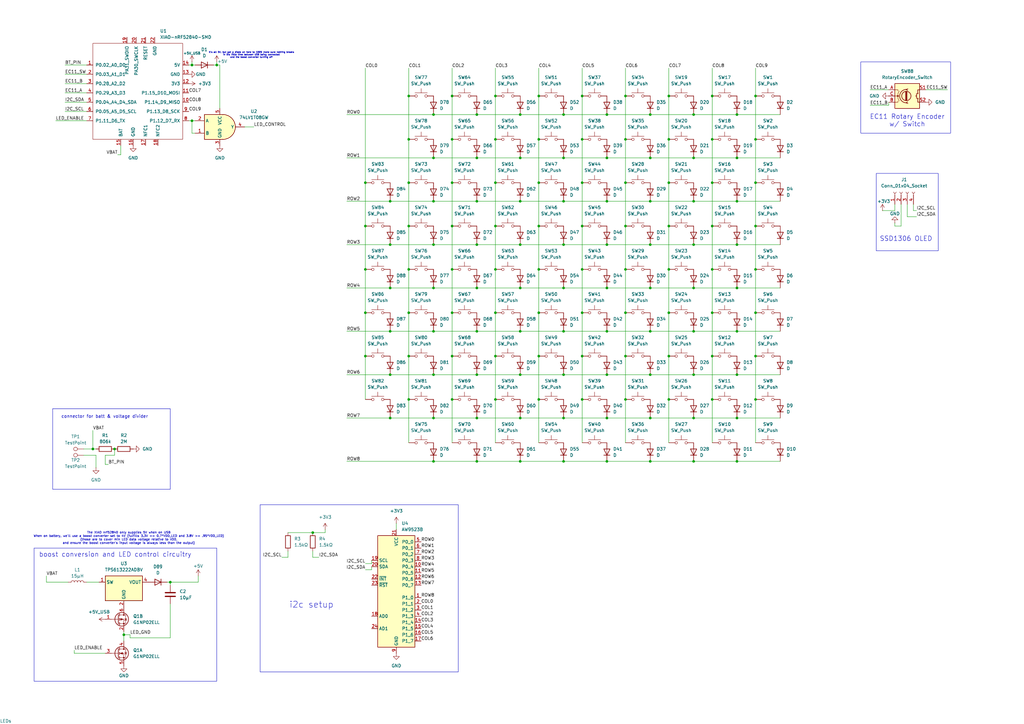
<source format=kicad_sch>
(kicad_sch (version 20250114) (generator "eeschema") (generator_version "9.0")
  (paper "A3")
  (rectangle (start 106.68 207.01) (end 187.96 275.59))
  (rectangle (start 359.41 71.12) (end 384.81 102.87))
  (rectangle (start 353.06 25.4) (end 389.89 54.61))
  (rectangle (start 21.59 167.64) (end 69.85 200.66))
  (rectangle (start 13.97 224.79) (end 88.9 279.4))
  (text "It's all 5V, but got a diode on here to 100% make sure nothing breaks\nin the little time between USB being connected\nand the boost converter turning off" (at 103.124 22.606 0) (effects (font (size 0.635 0.635))))
  (text "connector for batt & voltage divider" (at 42.926 170.942 0) (effects (font (size 1.27 1.27))))
  (text "EC11 Rotary Encoder\nw/ Switch" (at 372.11 49.53 0) (effects (font (size 1.905 1.905))))
  (text "The XIAO nrf52840 only supplies 5V when on USB\nWhen on battery, we'll use a boost converter set to 4V (fulfills 3.3V >= 0.7*VDD_LED and 3.8V >= .95*VDD_LED)\n(those are to cover min LED data voltage relative to VDD,\nand ensure the boost converter's input voltage is always less than the output)" (at 52.832 220.726 0) (effects (font (size 0.889 0.889))))
  (text "i2c setup" (at 127.762 248.158 0) (effects (font (size 2.54 2.54))))
  (text "boost conversion and LED control circuitry" (at 47.244 227.584 0) (effects (font (size 1.905 1.905))))
  (text "SSD1306 OLED" (at 371.602 98.044 0) (effects (font (size 1.905 1.905))))
  (junction (at 220.98 92.71))
  (junction (at 199.39 363.22))
  (junction (at 229.87 378.46))
  (junction (at 302.26 82.55))
  (junction (at 203.2 146.05))
  (junction (at 77.47 351.79))
  (junction (at 256.54 110.49))
  (junction (at 167.64 128.27))
  (junction (at 351.79 336.55))
  (junction (at 292.1 163.83))
  (junction (at 92.71 403.86))
  (junction (at 336.55 351.79))
  (junction (at 367.03 403.86))
  (junction (at 168.91 363.22))
  (junction (at 184.15 336.55))
  (junction (at 107.95 351.79))
  (junction (at 245.11 351.79))
  (junction (at 160.02 118.11))
  (junction (at 231.14 100.33))
  (junction (at 167.64 110.49))
  (junction (at 203.2 57.15))
  (junction (at 214.63 351.79))
  (junction (at 46.99 184.15))
  (junction (at 266.7 118.11))
  (junction (at 185.42 146.05))
  (junction (at 336.55 388.62))
  (junction (at 199.39 336.55))
  (junction (at 168.91 351.79))
  (junction (at 77.47 388.62))
  (junction (at 92.71 414.02))
  (junction (at 77.47 414.02))
  (junction (at 238.76 92.71))
  (junction (at 69.85 238.76))
  (junction (at 309.88 146.05))
  (junction (at 195.58 189.23))
  (junction (at 149.86 128.27))
  (junction (at 177.8 171.45))
  (junction (at 160.02 171.45))
  (junction (at 367.03 388.62))
  (junction (at 46.99 378.46))
  (junction (at 123.19 363.22))
  (junction (at 138.43 429.26))
  (junction (at 123.19 336.55))
  (junction (at 238.76 110.49))
  (junction (at 46.99 429.26))
  (junction (at 290.83 403.86))
  (junction (at 168.91 388.62))
  (junction (at 260.35 351.79))
  (junction (at 275.59 363.22))
  (junction (at 185.42 39.37))
  (junction (at 92.71 336.55))
  (junction (at 195.58 64.77))
  (junction (at 306.07 388.62))
  (junction (at 290.83 388.62))
  (junction (at 46.99 336.55))
  (junction (at 274.32 57.15))
  (junction (at 238.76 128.27))
  (junction (at 185.42 110.49))
  (junction (at 46.99 403.86))
  (junction (at 367.03 378.46))
  (junction (at 229.87 351.79))
  (junction (at 256.54 74.93))
  (junction (at 266.7 64.77))
  (junction (at 31.75 429.26))
  (junction (at 238.76 74.93))
  (junction (at 248.92 153.67))
  (junction (at 177.8 189.23))
  (junction (at 292.1 128.27))
  (junction (at 214.63 378.46))
  (junction (at 275.59 388.62))
  (junction (at 367.03 363.22))
  (junction (at 290.83 351.79))
  (junction (at 256.54 163.83))
  (junction (at 229.87 403.86))
  (junction (at 245.11 388.62))
  (junction (at 123.19 351.79))
  (junction (at 248.92 82.55))
  (junction (at 248.92 135.89))
  (junction (at 168.91 429.26))
  (junction (at 177.8 82.55))
  (junction (at 306.07 336.55))
  (junction (at 275.59 336.55))
  (junction (at 274.32 128.27))
  (junction (at 220.98 163.83))
  (junction (at 231.14 118.11))
  (junction (at 292.1 92.71))
  (junction (at 284.48 46.99))
  (junction (at 248.92 118.11))
  (junction (at 50.8 260.35))
  (junction (at 203.2 128.27))
  (junction (at 213.36 153.67))
  (junction (at 260.35 378.46))
  (junction (at 284.48 189.23))
  (junction (at 153.67 414.02))
  (junction (at 153.67 429.26))
  (junction (at 266.7 153.67))
  (junction (at 275.59 403.86))
  (junction (at 290.83 336.55))
  (junction (at 248.92 171.45))
  (junction (at 275.59 378.46))
  (junction (at 213.36 82.55))
  (junction (at 31.75 351.79))
  (junction (at 231.14 64.77))
  (junction (at 229.87 429.26))
  (junction (at 292.1 57.15))
  (junction (at 220.98 110.49))
  (junction (at 266.7 46.99))
  (junction (at 92.71 363.22))
  (junction (at 351.79 351.79))
  (junction (at 213.36 100.33))
  (junction (at 266.7 135.89))
  (junction (at 306.07 378.46))
  (junction (at 213.36 46.99))
  (junction (at 309.88 39.37))
  (junction (at 336.55 363.22))
  (junction (at 160.02 153.67))
  (junction (at 185.42 128.27))
  (junction (at 302.26 189.23))
  (junction (at 256.54 57.15))
  (junction (at 167.64 39.37))
  (junction (at 203.2 163.83))
  (junction (at 92.71 351.79))
  (junction (at 302.26 46.99))
  (junction (at 292.1 39.37))
  (junction (at 46.99 388.62))
  (junction (at 177.8 64.77))
  (junction (at 248.92 64.77))
  (junction (at 160.02 100.33))
  (junction (at 321.31 363.22))
  (junction (at 266.7 100.33))
  (junction (at 256.54 146.05))
  (junction (at 220.98 128.27))
  (junction (at 38.1 184.15))
  (junction (at 62.23 351.79))
  (junction (at 107.95 378.46))
  (junction (at 302.26 135.89))
  (junction (at 138.43 351.79))
  (junction (at 367.03 351.79))
  (junction (at 149.86 110.49))
  (junction (at 184.15 403.86))
  (junction (at 229.87 388.62))
  (junction (at 351.79 378.46))
  (junction (at 149.86 146.05))
  (junction (at 266.7 171.45))
  (junction (at 184.15 363.22))
  (junction (at 168.91 336.55))
  (junction (at 231.14 189.23))
  (junction (at 203.2 110.49))
  (junction (at 195.58 171.45))
  (junction (at 309.88 57.15))
  (junction (at 220.98 57.15))
  (junction (at 199.39 429.26))
  (junction (at 203.2 92.71))
  (junction (at 238.76 57.15))
  (junction (at 138.43 336.55))
  (junction (at 274.32 92.71))
  (junction (at 199.39 378.46))
  (junction (at 138.43 414.02))
  (junction (at 275.59 351.79))
  (junction (at 321.31 403.86))
  (junction (at 256.54 92.71))
  (junction (at 214.63 414.02))
  (junction (at 123.19 403.86))
  (junction (at 77.47 429.26))
  (junction (at 92.71 429.26))
  (junction (at 256.54 128.27))
  (junction (at 167.64 57.15))
  (junction (at 213.36 64.77))
  (junction (at 214.63 363.22))
  (junction (at 184.15 414.02))
  (junction (at 248.92 189.23))
  (junction (at 306.07 363.22))
  (junction (at 309.88 128.27))
  (junction (at 92.71 378.46))
  (junction (at 292.1 146.05))
  (junction (at 321.31 336.55))
  (junction (at 321.31 378.46))
  (junction (at 46.99 363.22))
  (junction (at 306.07 351.79))
  (junction (at 128.27 218.44))
  (junction (at 107.95 414.02))
  (junction (at 309.88 110.49))
  (junction (at 138.43 378.46))
  (junction (at 199.39 414.02))
  (junction (at 77.47 363.22))
  (junction (at 284.48 135.89))
  (junction (at 78.74 26.67))
  (junction (at 229.87 414.02))
  (junction (at 31.75 388.62))
  (junction (at 309.88 74.93))
  (junction (at 195.58 118.11))
  (junction (at 284.48 118.11))
  (junction (at 62.23 378.46))
  (junction (at 195.58 46.99))
  (junction (at 153.67 378.46))
  (junction (at 248.92 46.99))
  (junction (at 260.35 403.86))
  (junction (at 231.14 82.55))
  (junction (at 177.8 100.33))
  (junction (at 184.15 429.26))
  (junction (at 185.42 57.15))
  (junction (at 31.75 414.02))
  (junction (at 138.43 403.86))
  (junction (at 168.91 378.46))
  (junction (at 302.26 100.33))
  (junction (at 336.55 378.46))
  (junction (at 245.11 336.55))
  (junction (at 31.75 336.55))
  (junction (at 62.23 363.22))
  (junction (at 168.91 403.86))
  (junction (at 260.35 388.62))
  (junction (at 302.26 118.11))
  (junction (at 292.1 110.49))
  (junction (at 213.36 118.11))
  (junction (at 336.55 336.55))
  (junction (at 153.67 336.55))
  (junction (at 284.48 153.67))
  (junction (at 284.48 82.55))
  (junction (at 213.36 189.23))
  (junction (at 123.19 429.26))
  (junction (at 195.58 153.67))
  (junction (at 160.02 82.55))
  (junction (at 167.64 146.05))
  (junction (at 184.15 388.62))
  (junction (at 153.67 351.79))
  (junction (at 274.32 39.37))
  (junction (at 238.76 39.37))
  (junction (at 123.19 414.02))
  (junction (at 123.19 388.62))
  (junction (at 62.23 388.62))
  (junction (at 248.92 100.33))
  (junction (at 167.64 163.83))
  (junction (at 302.26 171.45))
  (junction (at 256.54 39.37))
  (junction (at 336.55 403.86))
  (junction (at 185.42 92.71))
  (junction (at 153.67 388.62))
  (junction (at 177.8 135.89))
  (junction (at 302.26 64.77))
  (junction (at 231.14 46.99))
  (junction (at 31.75 378.46))
  (junction (at 238.76 146.05))
  (junction (at 88.9 26.67))
  (junction (at 78.74 49.53))
  (junction (at 199.39 351.79))
  (junction (at 231.14 153.67))
  (junction (at 274.32 74.93))
  (junction (at 213.36 135.89))
  (junction (at 321.31 351.79))
  (junction (at 184.15 378.46))
  (junction (at 203.2 74.93))
  (junction (at 245.11 363.22))
  (junction (at 62.23 414.02))
  (junction (at 214.63 336.55))
  (junction (at 62.23 403.86))
  (junction (at 160.02 135.89))
  (junction (at 214.63 403.86))
  (junction (at 351.79 363.22))
  (junction (at 153.67 403.86))
  (junction (at 177.8 153.67))
  (junction (at 260.35 363.22))
  (junction (at 149.86 74.93))
  (junction (at 321.31 388.62))
  (junction (at 284.48 64.77))
  (junction (at 149.86 92.71))
  (junction (at 177.8 118.11))
  (junction (at 309.88 163.83))
  (junction (at 107.95 388.62))
  (junction (at 77.47 403.86))
  (junction (at 266.7 189.23))
  (junction (at 184.15 351.79))
  (junction (at 220.98 74.93))
  (junction (at 231.14 171.45))
  (junction (at 195.58 100.33))
  (junction (at 214.63 388.62))
  (junction (at 229.87 336.55))
  (junction (at 351.79 388.62))
  (junction (at 274.32 146.05))
  (junction (at 292.1 74.93))
  (junction (at 107.95 336.55))
  (junction (at 266.7 82.55))
  (junction (at 77.47 336.55))
  (junction (at 107.95 363.22))
  (junction (at 214.63 429.26))
  (junction (at 220.98 146.05))
  (junction (at 195.58 82.55))
  (junction (at 199.39 403.86))
  (junction (at 107.95 403.86))
  (junction (at 306.07 403.86))
  (junction (at 220.98 39.37))
  (junction (at 62.23 336.55))
  (junction (at 123.19 378.46))
  (junction (at 231.14 135.89))
  (junction (at 168.91 414.02))
  (junction (at 138.43 363.22))
  (junction (at 260.35 336.55))
  (junction (at 284.48 100.33))
  (junction (at 290.83 378.46))
  (junction (at 167.64 74.93))
  (junction (at 290.83 363.22))
  (junction (at 46.99 351.79))
  (junction (at 274.32 163.83))
  (junction (at 367.03 336.55))
  (junction (at 92.71 388.62))
  (junction (at 107.95 429.26))
  (junction (at 153.67 363.22))
  (junction (at 77.47 378.46))
  (junction (at 199.39 388.62))
  (junction (at 302.26 153.67))
  (junction (at 31.75 403.86))
  (junction (at 195.58 135.89))
  (junction (at 351.79 403.86))
  (junction (at 213.36 171.45))
  (junction (at 245.11 403.86))
  (junction (at 203.2 39.37))
  (junction (at 245.11 378.46))
  (junction (at 238.76 163.83))
  (junction (at 31.75 363.22))
  (junction (at 167.64 92.71))
  (junction (at 185.42 74.93))
  (junction (at 274.32 110.49))
  (junction (at 177.8 46.99))
  (junction (at 309.88 92.71))
  (junction (at 229.87 363.22))
  (junction (at 185.42 163.83))
  (junction (at 62.23 429.26))
  (junction (at 138.43 388.62))
  (junction (at 284.48 171.45))
  (junction (at 46.99 414.02))
  (wire (pts (xy 274.32 39.37) (xy 274.32 57.15)))
  (wire (pts (xy 306.07 336.55) (xy 321.31 336.55)))
  (wire (pts (xy 168.91 388.62) (xy 184.15 388.62)))
  (wire (pts (xy 309.88 74.93) (xy 309.88 92.71)))
  (wire (pts (xy 213.36 189.23) (xy 231.14 189.23)))
  (wire (pts (xy 149.86 128.27) (xy 149.86 146.05)))
  (wire (pts (xy 167.64 57.15) (xy 167.64 74.93)))
  (wire (pts (xy 149.86 233.68) (xy 152.4 233.68)))
  (wire (pts (xy 302.26 153.67) (xy 320.04 153.67)))
  (wire (pts (xy 336.55 336.55) (xy 351.79 336.55)))
  (wire (pts (xy 195.58 46.99) (xy 213.36 46.99)))
  (wire (pts (xy 388.62 36.83) (xy 379.73 36.83)))
  (wire (pts (xy 149.86 92.71) (xy 149.86 110.49)))
  (wire (pts (xy 367.03 388.62) (xy 382.27 388.62)))
  (wire (pts (xy 199.39 336.55) (xy 214.63 336.55)))
  (wire (pts (xy 292.1 163.83) (xy 292.1 181.61)))
  (wire (pts (xy 153.67 403.86) (xy 168.91 403.86)))
  (wire (pts (xy 167.64 128.27) (xy 167.64 146.05)))
  (wire (pts (xy 62.23 388.62) (xy 77.47 388.62)))
  (wire (pts (xy 26.67 378.46) (xy 31.75 378.46)))
  (wire (pts (xy 367.03 363.22) (xy 382.27 363.22)))
  (wire (pts (xy 142.24 171.45) (xy 160.02 171.45)))
  (wire (pts (xy 50.8 259.08) (xy 50.8 260.35)))
  (wire (pts (xy 309.88 57.15) (xy 309.88 74.93)))
  (wire (pts (xy 292.1 146.05) (xy 292.1 163.83)))
  (wire (pts (xy 160.02 153.67) (xy 177.8 153.67)))
  (wire (pts (xy 152.4 231.14) (xy 152.4 229.87)))
  (wire (pts (xy 49.53 63.5) (xy 49.53 59.69)))
  (wire (pts (xy 274.32 92.71) (xy 274.32 110.49)))
  (wire (pts (xy 356.87 36.83) (xy 364.49 36.83)))
  (wire (pts (xy 245.11 378.46) (xy 260.35 378.46)))
  (wire (pts (xy 274.32 27.94) (xy 274.32 39.37)))
  (wire (pts (xy 367.03 86.36) (xy 361.95 86.36)))
  (wire (pts (xy 213.36 82.55) (xy 231.14 82.55)))
  (wire (pts (xy 26.67 41.91) (xy 35.56 41.91)))
  (wire (pts (xy 256.54 57.15) (xy 256.54 74.93)))
  (wire (pts (xy 199.39 351.79) (xy 214.63 351.79)))
  (wire (pts (xy 199.39 363.22) (xy 214.63 363.22)))
  (wire (pts (xy 184.15 403.86) (xy 199.39 403.86)))
  (wire (pts (xy 351.79 351.79) (xy 367.03 351.79)))
  (wire (pts (xy 177.8 189.23) (xy 195.58 189.23)))
  (wire (pts (xy 160.02 82.55) (xy 177.8 82.55)))
  (wire (pts (xy 336.55 403.86) (xy 351.79 403.86)))
  (wire (pts (xy 77.47 414.02) (xy 92.71 414.02)))
  (wire (pts (xy 275.59 388.62) (xy 290.83 388.62)))
  (wire (pts (xy 78.74 26.67) (xy 78.74 25.4)))
  (wire (pts (xy 367.03 92.71) (xy 369.57 92.71)))
  (wire (pts (xy 195.58 118.11) (xy 213.36 118.11)))
  (wire (pts (xy 62.23 351.79) (xy 77.47 351.79)))
  (wire (pts (xy 309.88 128.27) (xy 309.88 146.05)))
  (wire (pts (xy 46.99 363.22) (xy 62.23 363.22)))
  (wire (pts (xy 39.37 184.15) (xy 38.1 184.15)))
  (wire (pts (xy 336.55 351.79) (xy 351.79 351.79)))
  (wire (pts (xy 142.24 64.77) (xy 177.8 64.77)))
  (wire (pts (xy 68.58 238.76) (xy 69.85 238.76)))
  (wire (pts (xy 292.1 110.49) (xy 292.1 128.27)))
  (wire (pts (xy 160.02 171.45) (xy 177.8 171.45)))
  (wire (pts (xy 168.91 429.26) (xy 184.15 429.26)))
  (wire (pts (xy 153.67 414.02) (xy 168.91 414.02)))
  (wire (pts (xy 256.54 92.71) (xy 256.54 110.49)))
  (wire (pts (xy 77.47 336.55) (xy 92.71 336.55)))
  (wire (pts (xy 284.48 171.45) (xy 302.26 171.45)))
  (wire (pts (xy 46.99 414.02) (xy 62.23 414.02)))
  (wire (pts (xy 374.65 83.82) (xy 374.65 86.36)))
  (wire (pts (xy 53.34 261.62) (xy 69.85 261.62)))
  (wire (pts (xy 229.87 363.22) (xy 245.11 363.22)))
  (wire (pts (xy 248.92 153.67) (xy 266.7 153.67)))
  (wire (pts (xy 292.1 74.93) (xy 292.1 92.71)))
  (wire (pts (xy 149.86 146.05) (xy 149.86 163.83)))
  (wire (pts (xy 220.98 146.05) (xy 220.98 163.83)))
  (wire (pts (xy 321.31 378.46) (xy 336.55 378.46)))
  (wire (pts (xy 142.24 100.33) (xy 160.02 100.33)))
  (wire (pts (xy 321.31 388.62) (xy 336.55 388.62)))
  (wire (pts (xy 21.59 363.22) (xy 31.75 363.22)))
  (wire (pts (xy 238.76 146.05) (xy 238.76 128.27)))
  (wire (pts (xy 142.24 82.55) (xy 160.02 82.55)))
  (wire (pts (xy 369.57 92.71) (xy 369.57 83.82)))
  (wire (pts (xy 290.83 363.22) (xy 306.07 363.22)))
  (wire (pts (xy 8.89 421.64) (xy 24.13 421.64)))
  (wire (pts (xy 138.43 429.26) (xy 153.67 429.26)))
  (wire (pts (xy 302.26 82.55) (xy 320.04 82.55)))
  (wire (pts (xy 275.59 378.46) (xy 290.83 378.46)))
  (wire (pts (xy 77.47 351.79) (xy 92.71 351.79)))
  (wire (pts (xy 184.15 429.26) (xy 199.39 429.26)))
  (wire (pts (xy 199.39 378.46) (xy 214.63 378.46)))
  (wire (pts (xy 367.03 378.46) (xy 382.27 378.46)))
  (wire (pts (xy 21.59 361.95) (xy 21.59 363.22)))
  (wire (pts (xy 167.64 92.71) (xy 167.64 110.49)))
  (wire (pts (xy 78.74 49.53) (xy 80.01 49.53)))
  (wire (pts (xy 309.88 146.05) (xy 309.88 163.83)))
  (wire (pts (xy 8.89 396.24) (xy 8.89 381)))
  (wire (pts (xy 62.23 378.46) (xy 77.47 378.46)))
  (wire (pts (xy 220.98 27.94) (xy 220.98 39.37)))
  (wire (pts (xy 177.8 100.33) (xy 195.58 100.33)))
  (wire (pts (xy 284.48 189.23) (xy 302.26 189.23)))
  (wire (pts (xy 153.67 363.22) (xy 168.91 363.22)))
  (wire (pts (xy 195.58 171.45) (xy 213.36 171.45)))
  (wire (pts (xy 238.76 92.71) (xy 238.76 110.49)))
  (wire (pts (xy 214.63 429.26) (xy 229.87 429.26)))
  (wire (pts (xy 266.7 171.45) (xy 284.48 171.45)))
  (wire (pts (xy 367.03 83.82) (xy 367.03 86.36)))
  (wire (pts (xy 302.26 100.33) (xy 320.04 100.33)))
  (wire (pts (xy 266.7 153.67) (xy 284.48 153.67)))
  (wire (pts (xy 69.85 238.76) (xy 81.28 238.76)))
  (wire (pts (xy 31.75 351.79) (xy 46.99 351.79)))
  (wire (pts (xy 203.2 92.71) (xy 203.2 110.49)))
  (wire (pts (xy 26.67 403.86) (xy 31.75 403.86)))
  (wire (pts (xy 274.32 74.93) (xy 274.32 92.71)))
  (wire (pts (xy 284.48 118.11) (xy 302.26 118.11)))
  (wire (pts (xy 306.07 351.79) (xy 321.31 351.79)))
  (wire (pts (xy 185.42 39.37) (xy 185.42 57.15)))
  (wire (pts (xy 229.87 336.55) (xy 245.11 336.55)))
  (wire (pts (xy 92.71 336.55) (xy 107.95 336.55)))
  (wire (pts (xy 351.79 378.46) (xy 367.03 378.46)))
  (wire (pts (xy 128.27 228.6) (xy 130.81 228.6)))
  (wire (pts (xy 138.43 363.22) (xy 153.67 363.22)))
  (wire (pts (xy 256.54 128.27) (xy 256.54 146.05)))
  (wire (pts (xy 274.32 146.05) (xy 274.32 163.83)))
  (wire (pts (xy 80.01 54.61) (xy 78.74 54.61)))
  (wire (pts (xy 220.98 57.15) (xy 220.98 74.93)))
  (wire (pts (xy 62.23 429.26) (xy 77.47 429.26)))
  (wire (pts (xy 153.67 378.46) (xy 168.91 378.46)))
  (wire (pts (xy 81.28 238.76) (xy 81.28 236.22)))
  (wire (pts (xy 184.15 363.22) (xy 199.39 363.22)))
  (wire (pts (xy 160.02 100.33) (xy 177.8 100.33)))
  (wire (pts (xy 238.76 27.94) (xy 238.76 39.37)))
  (wire (pts (xy 62.23 414.02) (xy 77.47 414.02)))
  (wire (pts (xy 167.64 110.49) (xy 167.64 128.27)))
  (wire (pts (xy 87.63 26.67) (xy 88.9 26.67)))
  (wire (pts (xy 260.35 351.79) (xy 275.59 351.79)))
  (wire (pts (xy 220.98 128.27) (xy 220.98 146.05)))
  (wire (pts (xy 46.99 186.69) (xy 43.18 186.69)))
  (wire (pts (xy 245.11 336.55) (xy 260.35 336.55)))
  (wire (pts (xy 248.92 82.55) (xy 266.7 82.55)))
  (wire (pts (xy 62.23 363.22) (xy 77.47 363.22)))
  (wire (pts (xy 21.59 414.02) (xy 31.75 414.02)))
  (wire (pts (xy 214.63 388.62) (xy 229.87 388.62)))
  (wire (pts (xy 292.1 92.71) (xy 292.1 110.49)))
  (wire (pts (xy 229.87 403.86) (xy 245.11 403.86)))
  (wire (pts (xy 168.91 336.55) (xy 184.15 336.55)))
  (wire (pts (xy 199.39 414.02) (xy 214.63 414.02)))
  (wire (pts (xy 123.19 429.26) (xy 138.43 429.26)))
  (wire (pts (xy 220.98 110.49) (xy 220.98 128.27)))
  (wire (pts (xy 138.43 388.62) (xy 153.67 388.62)))
  (wire (pts (xy 195.58 153.67) (xy 213.36 153.67)))
  (wire (pts (xy 92.71 388.62) (xy 107.95 388.62)))
  (wire (pts (xy 167.64 39.37) (xy 167.64 57.15)))
  (wire (pts (xy 256.54 146.05) (xy 256.54 163.83)))
  (wire (pts (xy 389.89 396.24) (xy 389.89 406.4)))
  (wire (pts (xy 46.99 403.86) (xy 62.23 403.86)))
  (wire (pts (xy 374.65 86.36) (xy 375.92 86.36)))
  (wire (pts (xy 152.4 233.68) (xy 152.4 232.41)))
  (wire (pts (xy 92.71 351.79) (xy 107.95 351.79)))
  (wire (pts (xy 21.59 388.62) (xy 31.75 388.62)))
  (wire (pts (xy 213.36 153.67) (xy 231.14 153.67)))
  (wire (pts (xy 142.24 135.89) (xy 160.02 135.89)))
  (wire (pts (xy 256.54 39.37) (xy 256.54 57.15)))
  (wire (pts (xy 48.26 63.5) (xy 49.53 63.5)))
  (wire (pts (xy 10.16 344.17) (xy 24.13 344.17)))
  (wire (pts (xy 321.31 363.22) (xy 336.55 363.22)))
  (wire (pts (xy 389.89 344.17) (xy 389.89 354.33)))
  (wire (pts (xy 302.26 118.11) (xy 320.04 118.11)))
  (wire (pts (xy 389.89 381) (xy 389.89 370.84)))
  (wire (pts (xy 46.99 336.55) (xy 62.23 336.55)))
  (wire (pts (xy 321.31 351.79) (xy 336.55 351.79)))
  (wire (pts (xy 88.9 26.67) (xy 88.9 25.4)))
  (wire (pts (xy 302.26 46.99) (xy 320.04 46.99)))
  (wire (pts (xy 213.36 135.89) (xy 231.14 135.89)))
  (wire (pts (xy 123.19 336.55) (xy 138.43 336.55)))
  (wire (pts (xy 31.75 363.22) (xy 46.99 363.22)))
  (wire (pts (xy 309.88 39.37) (xy 309.88 57.15)))
  (wire (pts (xy 306.07 378.46) (xy 321.31 378.46)))
  (wire (pts (xy 153.67 388.62) (xy 168.91 388.62)))
  (wire (pts (xy 292.1 27.94) (xy 292.1 39.37)))
  (wire (pts (xy 184.15 351.79) (xy 199.39 351.79)))
  (wire (pts (xy 149.86 74.93) (xy 149.86 92.71)))
  (wire (pts (xy 69.85 261.62) (xy 69.85 247.65)))
  (wire (pts (xy 214.63 378.46) (xy 229.87 378.46)))
  (wire (pts (xy 149.86 110.49) (xy 149.86 128.27)))
  (wire (pts (xy 389.89 354.33) (xy 8.89 354.33)))
  (wire (pts (xy 260.35 378.46) (xy 275.59 378.46)))
  (wire (pts (xy 256.54 27.94) (xy 256.54 39.37)))
  (wire (pts (xy 46.99 388.62) (xy 62.23 388.62)))
  (wire (pts (xy 77.47 26.67) (xy 78.74 26.67)))
  (wire (pts (xy 248.92 171.45) (xy 266.7 171.45)))
  (wire (pts (xy 26.67 26.67) (xy 35.56 26.67)))
  (wire (pts (xy 203.2 146.05) (xy 203.2 163.83)))
  (wire (pts (xy 309.88 110.49) (xy 309.88 128.27)))
  (wire (pts (xy 203.2 128.27) (xy 203.2 146.05)))
  (wire (pts (xy 256.54 163.83) (xy 256.54 181.61)))
  (wire (pts (xy 284.48 82.55) (xy 302.26 82.55)))
  (wire (pts (xy 185.42 27.94) (xy 185.42 39.37)))
  (wire (pts (xy 185.42 181.61) (xy 185.42 163.83)))
  (wire (pts (xy 229.87 388.62) (xy 245.11 388.62)))
  (wire (pts (xy 367.03 91.44) (xy 367.03 92.71)))
  (wire (pts (xy 367.03 351.79) (xy 382.27 351.79)))
  (wire (pts (xy 8.89 370.84) (xy 24.13 370.84)))
  (wire (pts (xy 213.36 46.99) (xy 231.14 46.99)))
  (wire (pts (xy 90.17 26.67) (xy 88.9 26.67)))
  (wire (pts (xy 142.24 118.11) (xy 160.02 118.11)))
  (wire (pts (xy 266.7 135.89) (xy 284.48 135.89)))
  (wire (pts (xy 26.67 429.26) (xy 31.75 429.26)))
  (wire (pts (xy 69.85 238.76) (xy 69.85 240.03)))
  (wire (pts (xy 351.79 388.62) (xy 367.03 388.62)))
  (wire (pts (xy 184.15 336.55) (xy 199.39 336.55)))
  (wire (pts (xy 77.47 49.53) (xy 78.74 49.53)))
  (wire (pts (xy 248.92 118.11) (xy 266.7 118.11)))
  (wire (pts (xy 107.95 336.55) (xy 123.19 336.55)))
  (wire (pts (xy 336.55 363.22) (xy 351.79 363.22)))
  (wire (pts (xy 19.05 238.76) (xy 27.94 238.76)))
  (wire (pts (xy 274.32 110.49) (xy 274.32 128.27)))
  (wire (pts (xy 128.27 226.06) (xy 128.27 228.6)))
  (wire (pts (xy 256.54 110.49) (xy 256.54 128.27)))
  (wire (pts (xy 184.15 388.62) (xy 199.39 388.62)))
  (wire (pts (xy 39.37 186.69) (xy 34.29 186.69)))
  (wire (pts (xy 177.8 118.11) (xy 195.58 118.11)))
  (wire (pts (xy 21.59 336.55) (xy 21.59 335.28)))
  (wire (pts (xy 46.99 378.46) (xy 62.23 378.46)))
  (wire (pts (xy 31.75 378.46) (xy 46.99 378.46)))
  (wire (pts (xy 203.2 110.49) (xy 203.2 128.27)))
  (wire (pts (xy 46.99 429.26) (xy 62.23 429.26)))
  (wire (pts (xy 238.76 110.49) (xy 238.76 128.27)))
  (wire (pts (xy 351.79 336.55) (xy 367.03 336.55)))
  (wire (pts (xy 107.95 388.62) (xy 123.19 388.62)))
  (wire (pts (xy 22.86 49.53) (xy 35.56 49.53)))
  (wire (pts (xy 31.75 414.02) (xy 46.99 414.02)))
  (wire (pts (xy 248.92 189.23) (xy 266.7 189.23)))
  (wire (pts (xy 21.59 387.35) (xy 21.59 388.62)))
  (wire (pts (xy 38.1 184.15) (xy 34.29 184.15)))
  (wire (pts (xy 199.39 429.26) (xy 214.63 429.26)))
  (wire (pts (xy 177.8 46.99) (xy 195.58 46.99)))
  (wire (pts (xy 92.71 429.26) (xy 107.95 429.26)))
  (wire (pts (xy 256.54 74.93) (xy 256.54 92.71)))
  (wire (pts (xy 39.37 186.69) (xy 39.37 191.77)))
  (wire (pts (xy 100.33 52.07) (xy 104.14 52.07)))
  (wire (pts (xy 389.89 406.4) (xy 8.89 406.4)))
  (wire (pts (xy 290.83 351.79) (xy 306.07 351.79)))
  (wire (pts (xy 203.2 27.94) (xy 203.2 39.37)))
  (wire (pts (xy 372.11 88.9) (xy 372.11 83.82)))
  (wire (pts (xy 8.89 354.33) (xy 8.89 370.84)))
  (wire (pts (xy 92.71 363.22) (xy 107.95 363.22)))
  (wire (pts (xy 177.8 135.89) (xy 195.58 135.89)))
  (wire (pts (xy 123.19 351.79) (xy 138.43 351.79)))
  (wire (pts (xy 336.55 388.62) (xy 351.79 388.62)))
  (wire (pts (xy 50.8 260.35) (xy 50.8 262.89)))
  (wire (pts (xy 123.19 363.22) (xy 138.43 363.22)))
  (wire (pts (xy 168.91 378.46) (xy 184.15 378.46)))
  (wire (pts (xy 238.76 146.05) (xy 238.76 163.83)))
  (wire (pts (xy 195.58 189.23) (xy 213.36 189.23)))
  (wire (pts (xy 284.48 64.77) (xy 302.26 64.77)))
  (wire (pts (xy 8.89 381) (xy 389.89 381)))
  (wire (pts (xy 351.79 403.86) (xy 367.03 403.86)))
  (wire (pts (xy 302.26 171.45) (xy 320.04 171.45)))
  (wire (pts (xy 30.48 266.7) (xy 30.48 267.97)))
  (wire (pts (xy 77.47 429.26) (xy 92.71 429.26)))
  (wire (pts (xy 321.31 336.55) (xy 336.55 336.55)))
  (wire (pts (xy 266.7 118.11) (xy 284.48 118.11)))
  (wire (pts (xy 19.05 236.22) (xy 19.05 238.76)))
  (wire (pts (xy 128.27 218.44) (xy 118.11 218.44)))
  (wire (pts (xy 77.47 363.22) (xy 92.71 363.22)))
  (wire (pts (xy 10.16 342.9) (xy 10.16 344.17)))
  (wire (pts (xy 266.7 100.33) (xy 284.48 100.33)))
  (wire (pts (xy 214.63 336.55) (xy 229.87 336.55)))
  (wire (pts (xy 123.19 388.62) (xy 138.43 388.62)))
  (wire (pts (xy 167.64 163.83) (xy 167.64 181.61)))
  (wire (pts (xy 107.95 403.86) (xy 123.19 403.86)))
  (wire (pts (xy 195.58 82.55) (xy 213.36 82.55)))
  (wire (pts (xy 46.99 184.15) (xy 46.99 186.69)))
  (wire (pts (xy 149.86 27.94) (xy 149.86 74.93)))
  (wire (pts (xy 284.48 46.99) (xy 302.26 46.99)))
  (wire (pts (xy 31.75 336.55) (xy 46.99 336.55)))
  (wire (pts (xy 229.87 414.02) (xy 245.11 414.02)))
  (wire (pts (xy 160.02 118.11) (xy 177.8 118.11)))
  (wire (pts (xy 214.63 414.02) (xy 229.87 414.02)))
  (wire (pts (xy 220.98 163.83) (xy 220.98 181.61)))
  (wire (pts (xy 302.26 64.77) (xy 320.04 64.77)))
  (wire (pts (xy 356.87 43.18) (xy 364.49 43.18)))
  (wire (pts (xy 284.48 100.33) (xy 302.26 100.33)))
  (wire (pts (xy 38.1 176.53) (xy 38.1 184.15)))
  (wire (pts (xy 123.19 378.46) (xy 138.43 378.46)))
  (wire (pts (xy 90.17 26.67) (xy 90.17 44.45)))
  (wire (pts (xy 21.59 412.75) (xy 21.59 414.02)))
  (wire (pts (xy 107.95 429.26) (xy 123.19 429.26)))
  (wire (pts (xy 123.19 403.86) (xy 138.43 403.86)))
  (wire (pts (xy 231.14 64.77) (xy 248.92 64.77)))
  (wire (pts (xy 184.15 378.46) (xy 199.39 378.46)))
  (wire (pts (xy 107.95 363.22) (xy 123.19 363.22)))
  (wire (pts (xy 133.35 217.17) (xy 133.35 218.44)))
  (wire (pts (xy 266.7 64.77) (xy 284.48 64.77)))
  (wire (pts (xy 162.56 214.63) (xy 162.56 217.17)))
  (wire (pts (xy 115.57 228.6) (xy 118.11 228.6)))
  (wire (pts (xy 168.91 363.22) (xy 184.15 363.22)))
  (wire (pts (xy 367.03 403.86) (xy 382.27 403.86)))
  (wire (pts (xy 168.91 414.02) (xy 184.15 414.02)))
  (wire (pts (xy 248.92 135.89) (xy 266.7 135.89)))
  (wire (pts (xy 274.32 57.15) (xy 274.32 74.93)))
  (wire (pts (xy 185.42 74.93) (xy 185.42 92.71)))
  (wire (pts (xy 364.49 43.18) (xy 364.49 41.91)))
  (wire (pts (xy 284.48 135.89) (xy 302.26 135.89)))
  (wire (pts (xy 138.43 378.46) (xy 153.67 378.46)))
  (wire (pts (xy 185.42 128.27) (xy 185.42 110.49)))
  (wire (pts (xy 248.92 100.33) (xy 266.7 100.33)))
  (wire (pts (xy 306.07 388.62) (xy 321.31 388.62)))
  (wire (pts (xy 214.63 363.22) (xy 229.87 363.22)))
  (wire (pts (xy 46.99 351.79) (xy 62.23 351.79)))
  (wire (pts (xy 123.19 414.02) (xy 138.43 414.02)))
  (wire (pts (xy 142.24 189.23) (xy 177.8 189.23)))
  (wire (pts (xy 167.64 146.05) (xy 167.64 163.83)))
  (wire (pts (xy 231.14 153.67) (xy 248.92 153.67)))
  (wire (pts (xy 142.24 46.99) (xy 177.8 46.99)))
  (wire (pts (xy 107.95 414.02) (xy 123.19 414.02)))
  (wire (pts (xy 177.8 82.55) (xy 195.58 82.55)))
  (wire (pts (xy 203.2 39.37) (xy 203.2 57.15)))
  (wire (pts (xy 92.71 403.86) (xy 107.95 403.86)))
  (wire (pts (xy 24.13 396.24) (xy 8.89 396.24)))
  (wire (pts (xy 274.32 163.83) (xy 274.32 181.61)))
  (wire (pts (xy 160.02 135.89) (xy 177.8 135.89)))
  (wire (pts (xy 351.79 363.22) (xy 367.03 363.22)))
  (wire (pts (xy 107.95 351.79) (xy 123.19 351.79)))
  (wire (pts (xy 177.8 64.77) (xy 195.58 64.77)))
  (wire (pts (xy 284.48 153.67) (xy 302.26 153.67)))
  (wire (pts (xy 260.35 403.86) (xy 275.59 403.86)))
  (wire (pts (xy 309.88 163.83) (xy 309.88 181.61)))
  (wire (pts (xy 138.43 403.86) (xy 153.67 403.86)))
  (wire (pts (xy 168.91 351.79) (xy 184.15 351.79)))
  (wire (pts (xy 8.89 406.4) (xy 8.89 421.64)))
  (wire (pts (xy 260.35 363.22) (xy 275.59 363.22)))
  (wire (pts (xy 245.11 351.79) (xy 260.35 351.79)))
  (wire (pts (xy 231.14 171.45) (xy 248.92 171.45)))
  (wire (pts (xy 138.43 414.02) (xy 153.67 414.02)))
  (wire (pts (xy 275.59 336.55) (xy 290.83 336.55)))
  (wire (pts (xy 275.59 363.22) (xy 290.83 363.22)))
  (wire (pts (xy 274.32 128.27) (xy 274.32 146.05)))
  (wire (pts (xy 203.2 163.83) (xy 203.2 181.61)))
  (wire (pts (xy 290.83 403.86) (xy 306.07 403.86)))
  (wire (pts (xy 118.11 228.6) (xy 118.11 226.06)))
  (wire (pts (xy 213.36 118.11) (xy 231.14 118.11)))
  (wire (pts (xy 199.39 388.62) (xy 214.63 388.62)))
  (wire (pts (xy 77.47 403.86) (xy 92.71 403.86)))
  (wire (pts (xy 78.74 26.67) (xy 80.01 26.67)))
  (wire (pts (xy 238.76 163.83) (xy 238.76 181.61)))
  (wire (pts (xy 375.92 88.9) (xy 372.11 88.9)))
  (wire (pts (xy 231.14 135.89) (xy 248.92 135.89)))
  (wire (pts (xy 43.18 190.5) (xy 44.45 190.5)))
  (wire (pts (xy 231.14 189.23) (xy 248.92 189.23)))
  (wire (pts (xy 220.98 39.37) (xy 220.98 57.15)))
  (wire (pts (xy 26.67 351.79) (xy 31.75 351.79)))
  (wire (pts (xy 26.67 38.1) (xy 35.56 38.1)))
  (wire (pts (xy 266.7 189.23) (xy 284.48 189.23)))
  (wire (pts (xy 213.36 171.45) (xy 231.14 171.45)))
  (wire (pts (xy 26.67 34.29) (xy 35.56 34.29)))
  (wire (pts (xy 31.75 403.86) (xy 46.99 403.86)))
  (wire (pts (xy 292.1 128.27) (xy 292.1 146.05)))
  (wire (pts (xy 231.14 46.99) (xy 248.92 46.99)))
  (wire (pts (xy 185.42 57.15) (xy 185.42 74.93)))
  (wire (pts (xy 203.2 57.15) (xy 203.2 74.93)))
  (wire (pts (xy 306.07 403.86) (xy 321.31 403.86)))
  (wire (pts (xy 35.56 238.76) (xy 40.64 238.76)))
  (wire (pts (xy 185.42 146.05) (xy 185.42 128.27)))
  (wire (pts (xy 199.39 403.86) (xy 214.63 403.86)))
  (wire (pts (xy 203.2 74.93) (xy 203.2 92.71)))
  (wire (pts (xy 43.18 186.69) (xy 43.18 190.5)))
  (wire (pts (xy 62.23 336.55) (xy 77.47 336.55)))
  (wire (pts (xy 231.14 100.33) (xy 248.92 100.33)))
  (wire (pts (xy 238.76 57.15) (xy 238.76 74.93)))
  (wire (pts (xy 213.36 100.33) (xy 231.14 100.33)))
  (wire (pts (xy 290.83 388.62) (xy 306.07 388.62)))
  (wire (pts (xy 31.75 429.26) (xy 46.99 429.26)))
  (wire (pts (xy 168.91 403.86) (xy 184.15 403.86)))
  (wire (pts (xy 245.11 363.22) (xy 260.35 363.22)))
  (wire (pts (xy 92.71 378.46) (xy 107.95 378.46)))
  (wire (pts (xy 26.67 30.48) (xy 35.56 30.48)))
  (wire (pts (xy 336.55 378.46) (xy 351.79 378.46)))
  (wire (pts (xy 62.23 403.86) (xy 77.47 403.86)))
  (wire (pts (xy 167.64 27.94) (xy 167.64 39.37)))
  (wire (pts (xy 238.76 39.37) (xy 238.76 57.15)))
  (wire (pts (xy 30.48 267.97) (xy 43.18 267.97)))
  (wire (pts (xy 185.42 110.49) (xy 185.42 92.71)))
  (wire (pts (xy 290.83 378.46) (xy 306.07 378.46)))
  (wire (pts (xy 220.98 74.93) (xy 220.98 92.71)))
  (wire (pts (xy 31.75 388.62) (xy 46.99 388.62)))
  (wire (pts (xy 292.1 57.15) (xy 292.1 74.93)))
  (wire (pts (xy 260.35 336.55) (xy 275.59 336.55)))
  (wire (pts (xy 275.59 403.86) (xy 290.83 403.86)))
  (wire (pts (xy 231.14 118.11) (xy 248.92 118.11)))
  (wire (pts (xy 321.31 403.86) (xy 336.55 403.86)))
  (wire (pts (xy 309.88 92.71) (xy 309.88 110.49)))
  (wire (pts (xy 248.92 64.77) (xy 266.7 64.77)))
  (wire (pts (xy 142.24 153.67) (xy 160.02 153.67)))
  (wire (pts (xy 292.1 39.37) (xy 292.1 57.15)))
  (wire (pts (xy 214.63 403.86) (xy 229.87 403.86)))
  (wire (pts (xy 31.75 336.55) (xy 21.59 336.55)))
  (wire (pts (xy 266.7 82.55) (xy 284.48 82.55)))
  (wire (pts (xy 138.43 351.79) (xy 153.67 351.79)))
  (wire (pts (xy 167.64 74.93) (xy 167.64 92.71)))
  (wire (pts (xy 229.87 429.26) (xy 245.11 429.26)))
  (wire (pts (xy 266.7 46.99) (xy 284.48 46.99)))
  (wire (pts (xy 138.43 336.55) (xy 153.67 336.55)))
  (wire (pts (xy 77.47 378.46) (xy 92.71 378.46)))
  (wire (pts (xy 306.07 363.22) (xy 321.31 363.22)))
  (wire (pts (xy 185.42 163.83) (xy 185.42 146.05)))
  (wire (pts (xy 78.74 54.61) (xy 78.74 49.53)))
  (wire (pts (xy 77.47 388.62) (xy 92.71 388.62)))
  (wire (pts (xy 302.26 189.23) (xy 320.04 189.23)))
  (wire (pts (xy 302.26 135.89) (xy 320.04 135.89)))
  (wire (pts (xy 149.86 231.14) (xy 152.4 231.14)))
  (wire (pts (xy 153.67 336.55) (xy 168.91 336.55)))
  (wire (pts (xy 231.14 82.55) (xy 248.92 82.55)))
  (wire (pts (xy 220.98 92.71) (xy 220.98 110.49)))
  (wire (pts (xy 53.34 260.35) (xy 50.8 260.35)))
  (wire (pts (xy 260.35 388.62) (xy 275.59 388.62)))
  (wire (pts (xy 195.58 135.89) (xy 213.36 135.89)))
  (wire (pts (xy 214.63 351.79) (xy 229.87 351.79)))
  (wire (pts (xy 229.87 378.46) (xy 245.11 378.46)))
  (wire (pts (xy 229.87 351.79) (xy 245.11 351.79)))
  (wire (pts (xy 245.11 403.86) (xy 260.35 403.86)))
  (wire (pts (xy 107.95 378.46) (xy 123.19 378.46)))
  (wire (pts (xy 177.8 153.67) (xy 195.58 153.67)))
  (wire (pts (xy 177.8 171.45) (xy 195.58 171.45)))
  (wire (pts (xy 290.83 336.55) (xy 306.07 336.55)))
  (wire (pts (xy 92.71 414.02) (xy 107.95 414.02)))
  (wire (pts (xy 367.03 336.55) (xy 382.27 336.55)))
  (wire (pts (xy 195.58 100.33) (xy 213.36 100.33)))
  (wire (pts (xy 133.35 218.44) (xy 128.27 218.44)))
  (wire (pts (xy 195.58 64.77) (xy 213.36 64.77)))
  (wire (pts (xy 238.76 74.93) (xy 238.76 92.71)))
  (wire (pts (xy 184.15 414.02) (xy 199.39 414.02)))
  (wire (pts (xy 309.88 27.94) (xy 309.88 39.37)))
  (wire (pts (xy 245.11 388.62) (xy 260.35 388.62)))
  (wire (pts (xy 26.67 45.72) (xy 35.56 45.72)))
  (wire (pts (xy 153.67 429.26) (xy 168.91 429.26)))
  (wire (pts (xy 213.36 64.77) (xy 231.14 64.77)))
  (wire (pts (xy 153.67 351.79) (xy 168.91 351.79)))
  (wire (pts (xy 53.34 260.35) (xy 53.34 261.62)))
  (wire (pts (xy 275.59 351.79) (xy 290.83 351.79)))
  (wire (pts (xy 248.92 46.99) (xy 266.7 46.99)))
  (label "LED_ENABLE" (at 30.48 266.7 0))
  (label "I2C_SDA" (at 375.92 88.9 0))
  (label "COL4" (at 172.72 257.81 0))
  (label "ROW4" (at 172.72 232.41 0))
  (label "COL2" (at 185.42 27.94 0))
  (label "EC11_SW" (at 26.67 30.48 0))
  (label "COL9" (at 77.47 45.72 0))
  (label "LED_CONTROL" (at 10.16 342.9 0))
  (label "COL1" (at 167.64 27.94 0))
  (label "EC11_A" (at 356.87 36.83 0))
  (label "LED_GND" (at 26.67 403.86 180))
  (label "COL3" (at 172.72 255.27 0))
  (label "VBAT" (at 48.26 63.5 180))
  (label "EC11_A" (at 26.67 38.1 0))
  (label "ROW7" (at 142.24 171.45 0))
  (label "LED_GND" (at 53.34 260.35 0))
  (label "COL5" (at 172.72 260.35 0))
  (label "I2C_SDA" (at 26.67 41.91 0))
  (label "I2C_SDA" (at 149.86 233.68 180))
  (label "COL6" (at 256.54 27.94 0))
  (label "COL4" (at 220.98 27.94 0))
  (label "I2C_SCL" (at 115.57 228.6 180))
  (label "ROW6" (at 172.72 237.49 0))
  (label "EC11_B" (at 356.87 43.18 0))
  (label "ROW4" (at 142.24 118.11 0))
  (label "ROW8" (at 172.72 245.11 0))
  (label "ROW0" (at 142.24 46.99 0))
  (label "LED_ENABLE" (at 22.86 49.53 0))
  (label "I2C_SDA" (at 130.81 228.6 0))
  (label "EC11_B" (at 26.67 34.29 0))
  (label "COL1" (at 172.72 250.19 0))
  (label "ROW2" (at 142.24 82.55 0))
  (label "ROW5" (at 142.24 135.89 0))
  (label "ROW6" (at 142.24 153.67 0))
  (label "LED_GND" (at 26.67 351.79 180))
  (label "BT_PIN" (at 26.67 26.67 0))
  (label "ROW3" (at 142.24 100.33 0))
  (label "ROW1" (at 142.24 64.77 0))
  (label "COL9" (at 309.88 27.94 0))
  (label "COL8" (at 292.1 27.94 0))
  (label "ROW5" (at 172.72 234.95 0))
  (label "COL3" (at 203.2 27.94 0))
  (label "ROW8" (at 142.24 189.23 0))
  (label "I2C_SCL" (at 26.67 45.72 0))
  (label "COL0" (at 172.72 247.65 0))
  (label "VBAT" (at 19.05 236.22 0))
  (label "LED_GND" (at 26.67 429.26 180))
  (label "ROW0" (at 172.72 222.25 0))
  (label "COL0" (at 149.86 27.94 0))
  (label "ROW3" (at 172.72 229.87 0))
  (label "I2C_SCL" (at 149.86 231.14 180))
  (label "COL2" (at 172.72 252.73 0))
  (label "COL5" (at 238.76 27.94 0))
  (label "LED_CONTROL" (at 104.14 52.07 0))
  (label "COL8" (at 77.47 41.91 0))
  (label "ROW7" (at 172.72 240.03 0))
  (label "COL7" (at 77.47 38.1 0))
  (label "ROW2" (at 172.72 227.33 0))
  (label "BT_PIN" (at 44.45 190.5 0))
  (label "COL7" (at 274.32 27.94 0))
  (label "COL6" (at 172.72 262.89 0))
  (label "VBAT" (at 38.1 176.53 0))
  (label "I2C_SCL" (at 375.92 86.36 0))
  (label "LED_GND" (at 26.67 378.46 180))
  (label "EC11_SW" (at 388.62 36.83 180))
  (label "ROW1" (at 172.72 224.79 0))
  (symbol (lib_id "Switch:SW_Push") (at 172.72 163.83 0) (unit 1)
    (property "Reference" "SW81" (at 172.72 156.21 0))
    (property "Value" "SW_Push" (at 172.72 158.75 0))
    (property "Footprint" "gpxxacpy:SW_Cherry_MX_1.25u_PCB" (effects (hide yes)))
    (property "Description" "Push button switch, generic, two pins" (effects (hide yes)))
  )
  (symbol (lib_id "Switch:SW_Push") (at 279.4 92.71 0) (unit 1)
    (property "Reference" "SW22" (at 279.4 85.09 0))
    (property "Value" "SW_Push" (at 279.4 87.63 0))
    (property "Footprint" "gpxxacpy:SW_Cherry_MX_1.00u_PCB" (effects (hide yes)))
    (property "Description" "Push button switch, generic, two pins" (effects (hide yes)))
  )
  (symbol (lib_id "Switch:SW_Push") (at 279.4 128.27 0) (unit 1)
    (property "Reference" "SW24" (at 279.4 120.65 0))
    (property "Value" "SW_Push" (at 279.4 123.19 0))
    (property "Footprint" "gpxxacpy:SW_Cherry_MX_1.00u_PCB" (effects (hide yes)))
    (property "Description" "Push button switch, generic, two pins" (effects (hide yes)))
  )
  (symbol (lib_id "ggxxacpy:MX_SK6803MINI-E") (at 336.55 396.24 0) (unit 1)
    (property "Reference" "LED69" (at 336.55 384.048 0))
    (property "Value" "MX_SK6803MINI-E" (at 336.55 386.588 0))
    (property "Footprint" "gpxxacpy:LED_6028R" (effects (hide yes)))
    (property "Description" "Reverse mount adressable LED (WS2812 protocol)" (effects (hide yes)))
  )
  (symbol (lib_id "Switch:SW_Push") (at 226.06 92.71 0) (unit 1)
    (property "Reference" "SW46" (at 226.06 85.09 0))
    (property "Value" "SW_Push" (at 226.06 87.63 0))
    (property "Footprint" "gpxxacpy:SW_Cherry_MX_1.00u_PCB" (effects (hide yes)))
    (property "Description" "Push button switch, generic, two pins" (effects (hide yes)))
  )
  (symbol (lib_id "ggxxacpy:MX_SK6803MINI-E") (at 245.11 370.84 0) (unit 1)
    (property "Reference" "LED39" (at 245.11 358.648 0))
    (property "Value" "MX_SK6803MINI-E" (at 245.11 361.188 0))
    (property "Footprint" "gpxxacpy:LED_6028R" (effects (hide yes)))
    (property "Description" "Reverse mount adressable LED (WS2812 protocol)" (effects (hide yes)))
  )
  (symbol (lib_id "Switch:SW_Push") (at 226.06 74.93 0) (unit 1)
    (property "Reference" "SW47" (at 226.06 67.31 0))
    (property "Value" "SW_Push" (at 226.06 69.85 0))
    (property "Footprint" "gpxxacpy:SW_Cherry_MX_1.50u_PCB" (effects (hide yes)))
    (property "Description" "Push button switch, generic, two pins" (effects (hide yes)))
  )
  (symbol (lib_id "Device:D") (at 284.48 185.42 90) (unit 1)
    (property "Reference" "D28" (at 287.02 184.1499 90) (effects (justify right)))
    (property "Value" "D" (at 287.02 186.6899 90) (effects (justify right)))
    (property "Footprint" "Diode_SMD:D_SMA_Handsoldering" (effects (hide yes)))
    (property "Description" "Diode" (effects (hide yes)))
    (property "Sim.Device" "D" (effects (hide yes)))
    (property "Sim.Pins" "1=K 2=A" (effects (hide yes)))
  )
  (symbol (lib_id "ggxxacpy:MX_SK6803MINI-E") (at 290.83 396.24 0) (unit 1)
    (property "Reference" "LED66" (at 290.83 384.048 0))
    (property "Value" "MX_SK6803MINI-E" (at 290.83 386.588 0))
    (property "Footprint" "gpxxacpy:LED_6028R" (effects (hide yes)))
    (property "Description" "Reverse mount adressable LED (WS2812 protocol)" (effects (hide yes)))
  )
  (symbol (lib_id "Device:D") (at 213.36 43.18 90) (unit 1)
    (property "Reference" "D56" (at 215.9 41.9099 90) (effects (justify right)))
    (property "Value" "D" (at 215.9 44.4499 90) (effects (justify right)))
    (property "Footprint" "Diode_SMD:D_SMA_Handsoldering" (effects (hide yes)))
    (property "Description" "Diode" (effects (hide yes)))
    (property "Sim.Device" "D" (effects (hide yes)))
    (property "Sim.Pins" "1=K 2=A" (effects (hide yes)))
  )
  (symbol (lib_id "Device:D") (at 302.26 60.96 90) (unit 1)
    (property "Reference" "D19" (at 304.8 59.6899 90) (effects (justify right)))
    (property "Value" "D" (at 304.8 62.2299 90) (effects (justify right)))
    (property "Footprint" "Diode_SMD:D_SMA_Handsoldering" (effects (hide yes)))
    (property "Description" "Diode" (effects (hide yes)))
    (property "Sim.Device" "D" (effects (hide yes)))
    (property "Sim.Pins" "1=K 2=A" (effects (hide yes)))
  )
  (symbol (lib_id "Switch:SW_Push") (at 243.84 181.61 0) (unit 1)
    (property "Reference" "SW40" (at 243.84 173.99 0))
    (property "Value" "SW_Push" (at 243.84 176.53 0))
    (property "Footprint" "gpxxacpy:SW_Cherry_MX_1.00u_PCB" (effects (hide yes)))
    (property "Description" "Push button switch, generic, two pins" (effects (hide yes)))
  )
  (symbol (lib_id "Switch:SW_Push") (at 243.84 39.37 0) (unit 1)
    (property "Reference" "SW37" (at 243.84 31.75 0))
    (property "Value" "SW_Push" (at 243.84 34.29 0))
    (property "Footprint" "gpxxacpy:SW_Cherry_MX_1.00u_PCB" (effects (hide yes)))
    (property "Description" "Push button switch, generic, two pins" (effects (hide yes)))
  )
  (symbol (lib_id "Switch:SW_Push") (at 208.28 110.49 0) (unit 1)
    (property "Reference" "SW63" (at 208.28 102.87 0))
    (property "Value" "SW_Push" (at 208.28 105.41 0))
    (property "Footprint" "gpxxacpy:SW_Cherry_MX_2.25u_PCB" (effects (hide yes)))
    (property "Description" "Push button switch, generic, two pins" (effects (hide yes)))
  )
  (symbol (lib_id "Switch:SW_Push") (at 314.96 57.15 0) (unit 1)
    (property "Reference" "SW2" (at 314.96 49.53 0))
    (property "Value" "SW_Push" (at 314.96 52.07 0))
    (property "Footprint" "gpxxacpy:SW_Cherry_MX_1.00u_PCB" (effects (hide yes)))
    (property "Description" "Push button switch, generic, two pins" (effects (hide yes)))
  )
  (symbol (lib_id "Switch:SW_Push") (at 243.84 146.05 0) (unit 1)
    (property "Reference" "SW42" (at 243.84 138.43 0))
    (property "Value" "SW_Push" (at 243.84 140.97 0))
    (property "Footprint" "gpxxacpy:SW_Cherry_MX_1.00u_PCB" (effects (hide yes)))
    (property "Description" "Push button switch, generic, two pins" (effects (hide yes)))
  )
  (symbol (lib_id "Device:D") (at 248.92 132.08 90) (unit 1)
    (property "Reference" "D42" (at 251.46 130.8099 90) (effects (justify right)))
    (property "Value" "D" (at 251.46 133.3499 90) (effects (justify right)))
    (property "Footprint" "Diode_SMD:D_SMA_Handsoldering" (effects (hide yes)))
    (property "Description" "Diode" (effects (hide yes)))
    (property "Sim.Device" "D" (effects (hide yes)))
    (property "Sim.Pins" "1=K 2=A" (effects (hide yes)))
  )
  (symbol (lib_id "Switch:SW_Push") (at 190.5 146.05 0) (unit 1)
    (property "Reference" "SW68" (at 190.5 138.43 0))
    (property "Value" "SW_Push" (at 190.5 140.97 0))
    (property "Footprint" "gpxxacpy:SW_Cherry_MX_1.00u_PCB" (effects (hide yes)))
    (property "Description" "Push button switch, generic, two pins" (effects (hide yes)))
  )
  (symbol (lib_id "Switch:SW_Push") (at 208.28 128.27 0) (unit 1)
    (property "Reference" "SW57" (at 208.28 120.65 0))
    (property "Value" "SW_Push" (at 208.28 123.19 0))
    (property "Footprint" "gpxxacpy:SW_Cherry_MX_1.00u_PCB" (effects (hide yes)))
    (property "Description" "Push button switch, generic, two pins" (effects (hide yes)))
  )
  (symbol (lib_id "power:GND") (at 367.03 91.44 180) (unit 1)
    (property "Reference" "#PWR023" (effects (hide yes)))
    (property "Value" "GND" (at 367.03 87.63 0))
    (property "Description" "Power symbol creates a global label with name \"GND\" , ground" (effects (hide yes)))
  )
  (symbol (lib_id "ggxxacpy:MX_SK6803MINI-E") (at 62.23 396.24 0) (unit 1)
    (property "Reference" "LED51" (at 62.23 384.048 0))
    (property "Value" "MX_SK6803MINI-E" (at 62.23 386.588 0))
    (property "Footprint" "gpxxacpy:LED_6028R" (effects (hide yes)))
    (property "Description" "Reverse mount adressable LED (WS2812 protocol)" (effects (hide yes)))
  )
  (symbol (lib_id "ggxxacpy:MX_SK6803MINI-E") (at 92.71 396.24 0) (unit 1)
    (property "Reference" "LED53" (at 92.71 384.048 0))
    (property "Value" "MX_SK6803MINI-E" (at 92.71 386.588 0))
    (property "Footprint" "gpxxacpy:LED_6028R" (effects (hide yes)))
    (property "Description" "Reverse mount adressable LED (WS2812 protocol)" (effects (hide yes)))
  )
  (symbol (lib_id "ggxxacpy:MX_SK6803MINI-E") (at 199.39 396.24 0) (unit 1)
    (property "Reference" "LED60" (at 199.39 384.048 0))
    (property "Value" "MX_SK6803MINI-E" (at 199.39 386.588 0))
    (property "Footprint" "gpxxacpy:LED_6028R" (effects (hide yes)))
    (property "Description" "Reverse mount adressable LED (WS2812 protocol)" (effects (hide yes)))
  )
  (symbol (lib_id "ggxxacpy:MX_SK6803MINI-E") (at 123.19 396.24 0) (unit 1)
    (property "Reference" "LED55" (at 123.19 384.048 0))
    (property "Value" "MX_SK6803MINI-E" (at 123.19 386.588 0))
    (property "Footprint" "gpxxacpy:LED_6028R" (effects (hide yes)))
    (property "Description" "Reverse mount adressable LED (WS2812 protocol)" (effects (hide yes)))
  )
  (symbol (lib_id "Switch:SW_Push") (at 154.94 92.71 0) (unit 1)
    (property "Reference" "SW84" (at 154.94 85.09 0))
    (property "Value" "SW_Push" (at 154.94 87.63 0))
    (property "Footprint" "gpxxacpy:SW_Cherry_MX_1.25u_PCB" (effects (hide yes)))
    (property "Description" "Push button switch, generic, two pins" (effects (hide yes)))
  )
  (symbol (lib_id "ggxxacpy:MX_SK6803MINI-E") (at 31.75 344.17 0) (unit 1)
    (property "Reference" "LED1" (at 31.75 331.978 0))
    (property "Value" "MX_SK6803MINI-E" (at 31.75 334.518 0))
    (property "Footprint" "gpxxacpy:LED_6028R" (effects (hide yes)))
    (property "Description" "Reverse mount adressable LED (WS2812 protocol)" (effects (hide yes)))
  )
  (symbol (lib_id "ggxxacpy:MX_SK6803MINI-E") (at 77.47 370.84 0) (unit 1)
    (property "Reference" "LED28" (at 77.47 358.648 0))
    (property "Value" "MX_SK6803MINI-E" (at 77.47 361.188 0))
    (property "Footprint" "gpxxacpy:LED_6028R" (effects (hide yes)))
    (property "Description" "Reverse mount adressable LED (WS2812 protocol)" (effects (hide yes)))
  )
  (symbol (lib_id "ggxxacpy:MX_SK6803MINI-E") (at 306.07 396.24 0) (unit 1)
    (property "Reference" "LED67" (at 306.07 384.048 0))
    (property "Value" "MX_SK6803MINI-E" (at 306.07 386.588 0))
    (property "Footprint" "gpxxacpy:LED_6028R" (effects (hide yes)))
    (property "Description" "Reverse mount adressable LED (WS2812 protocol)" (effects (hide yes)))
  )
  (symbol (lib_id "Device:D") (at 266.7 132.08 90) (unit 1)
    (property "Reference" "D34" (at 269.24 130.8099 90) (effects (justify right)))
    (property "Value" "D" (at 269.24 133.3499 90) (effects (justify right)))
    (property "Footprint" "Diode_SMD:D_SMA_Handsoldering" (effects (hide yes)))
    (property "Description" "Diode" (effects (hide yes)))
    (property "Sim.Device" "D" (effects (hide yes)))
    (property "Sim.Pins" "1=K 2=A" (effects (hide yes)))
  )
  (symbol (lib_id "ggxxacpy:MX_SK6803MINI-E") (at 92.71 421.64 0) (unit 1)
    (property "Reference" "LED77" (at 92.71 409.448 0))
    (property "Value" "MX_SK6803MINI-E" (at 92.71 411.988 0))
    (property "Footprint" "gpxxacpy:LED_6028R" (effects (hide yes)))
    (property "Description" "Reverse mount adressable LED (WS2812 protocol)" (effects (hide yes)))
  )
  (symbol (lib_id "Switch:SW_Push") (at 261.62 110.49 0) (unit 1)
    (property "Reference" "SW29" (at 261.62 102.87 0))
    (property "Value" "SW_Push" (at 261.62 105.41 0))
    (property "Footprint" "gpxxacpy:SW_Cherry_MX_2.00u_PCB" (effects (hide yes)))
    (property "Description" "Push button switch, generic, two pins" (effects (hide yes)))
  )
  (symbol (lib_id "Switch:SW_Push") (at 190.5 92.71 0) (unit 1)
    (property "Reference" "SW71" (at 190.5 85.09 0))
    (property "Value" "SW_Push" (at 190.5 87.63 0))
    (property "Footprint" "gpxxacpy:SW_Cherry_MX_1.00u_PCB" (effects (hide yes)))
    (property "Description" "Push button switch, generic, two pins" (effects (hide yes)))
  )
  (symbol (lib_id "Switch:SW_Push") (at 190.5 128.27 0) (unit 1)
    (property "Reference" "SW67" (at 190.5 120.65 0))
    (property "Value" "SW_Push" (at 190.5 123.19 0))
    (property "Footprint" "gpxxacpy:SW_Cherry_MX_1.00u_PCB" (effects (hide yes)))
    (property "Description" "Push button switch, generic, two pins" (effects (hide yes)))
  )
  (symbol (lib_id "Switch:SW_Push") (at 297.18 74.93 0) (unit 1)
    (property "Reference" "SW16" (at 297.18 67.31 0))
    (property "Value" "SW_Push" (at 297.18 69.85 0))
    (property "Footprint" "gpxxacpy:SW_Cherry_MX_1.00u_PCB" (effects (hide yes)))
    (property "Description" "Push button switch, generic, two pins" (effects (hide yes)))
  )
  (symbol (lib_id "ggxxacpy:MX_SK6803MINI-E") (at 62.23 370.84 0) (unit 1)
    (property "Reference" "LED27" (at 62.23 358.648 0))
    (property "Value" "MX_SK6803MINI-E" (at 62.23 361.188 0))
    (property "Footprint" "gpxxacpy:LED_6028R" (effects (hide yes)))
    (property "Description" "Reverse mount adressable LED (WS2812 protocol)" (effects (hide yes)))
  )
  (symbol (lib_id "ggxxacpy:MX_SK6803MINI-E") (at 153.67 421.64 0) (unit 1)
    (property "Reference" "LED81" (at 153.67 409.448 0))
    (property "Value" "MX_SK6803MINI-E" (at 153.67 411.988 0))
    (property "Footprint" "gpxxacpy:LED_6028R" (effects (hide yes)))
    (property "Description" "Reverse mount adressable LED (WS2812 protocol)" (effects (hide yes)))
  )
  (symbol (lib_id "Device:D") (at 160.02 132.08 90) (unit 1)
    (property "Reference" "D87" (at 162.56 130.8099 90) (effects (justify right)))
    (property "Value" "D" (at 162.56 133.3499 90) (effects (justify right)))
    (property "Footprint" "Diode_SMD:D_SMA_Handsoldering" (effects (hide yes)))
    (property "Description" "Diode" (effects (hide yes)))
    (property "Sim.Device" "D" (effects (hide yes)))
    (property "Sim.Pins" "1=K 2=A" (effects (hide yes)))
  )
  (symbol (lib_id "power:GND") (at 54.61 184.15 90) (unit 1)
    (property "Reference" "#PWR015" (effects (hide yes)))
    (property "Value" "GND" (at 58.42 184.1499 90) (effects (justify right)))
    (property "Description" "Power symbol creates a global label with name \"GND\" , ground" (effects (hide yes)))
  )
  (symbol (lib_id "Device:D") (at 231.14 78.74 90) (unit 1)
    (property "Reference" "D48" (at 233.68 77.4699 90) (effects (justify right)))
    (property "Value" "D" (at 233.68 80.0099 90) (effects (justify right)))
    (property "Footprint" "Diode_SMD:D_SMA_Handsoldering" (effects (hide yes)))
    (property "Description" "Diode" (effects (hide yes)))
    (property "Sim.Device" "D" (effects (hide yes)))
    (property "Sim.Pins" "1=K 2=A" (effects (hide yes)))
  )
  (symbol (lib_id "ggxxacpy:MX_SK6803MINI-E") (at 306.07 370.84 0) (unit 1)
    (property "Reference" "LED43" (at 306.07 358.648 0))
    (property "Value" "MX_SK6803MINI-E" (at 306.07 361.188 0))
    (property "Footprint" "gpxxacpy:LED_6028R" (effects (hide yes)))
    (property "Description" "Reverse mount adressable LED (WS2812 protocol)" (effects (hide yes)))
  )
  (symbol (lib_id "Device:D") (at 195.58 167.64 90) (unit 1)
    (property "Reference" "D70" (at 198.12 166.3699 90) (effects (justify right)))
    (property "Value" "D" (at 198.12 168.9099 90) (effects (justify right)))
    (property "Footprint" "Diode_SMD:D_SMA_Handsoldering" (effects (hide yes)))
    (property "Description" "Diode" (effects (hide yes)))
    (property "Sim.Device" "D" (effects (hide yes)))
    (property "Sim.Pins" "1=K 2=A" (effects (hide yes)))
  )
  (symbol (lib_id "Device:D") (at 213.36 132.08 90) (unit 1)
    (property "Reference" "D58" (at 215.9 130.8099 90) (effects (justify right)))
    (property "Value" "D" (at 215.9 133.3499 90) (effects (justify right)))
    (property "Footprint" "Diode_SMD:D_SMA_Handsoldering" (effects (hide yes)))
    (property "Description" "Diode" (effects (hide yes)))
    (property "Sim.Device" "D" (effects (hide yes)))
    (property "Sim.Pins" "1=K 2=A" (effects (hide yes)))
  )
  (symbol (lib_id "Device:D") (at 302.26 114.3 90) (unit 1)
    (property "Reference" "D15" (at 304.8 113.0299 90) (effects (justify right)))
    (property "Value" "D" (at 304.8 115.5699 90) (effects (justify right)))
    (property "Footprint" "Diode_SMD:D_SMA_Handsoldering" (effects (hide yes)))
    (property "Description" "Diode" (effects (hide yes)))
    (property "Sim.Device" "D" (effects (hide yes)))
    (property "Sim.Pins" "1=K 2=A" (effects (hide yes)))
  )
  (symbol (lib_id "Device:D") (at 213.36 185.42 90) (unit 1)
    (property "Reference" "D61" (at 215.9 184.1499 90) (effects (justify right)))
    (property "Value" "D" (at 215.9 186.6899 90) (effects (justify right)))
    (property "Footprint" "Diode_SMD:D_SMA_Handsoldering" (effects (hide yes)))
    (property "Description" "Diode" (effects (hide yes)))
    (property "Sim.Device" "D" (effects (hide yes)))
    (property "Sim.Pins" "1=K 2=A" (effects (hide yes)))
  )
  (symbol (lib_id "Device:D") (at 284.48 96.52 90) (unit 1)
    (property "Reference" "D23" (at 287.02 95.2499 90) (effects (justify right)))
    (property "Value" "D" (at 287.02 97.7899 90) (effects (justify right)))
    (property "Footprint" "Diode_SMD:D_SMA_Handsoldering" (effects (hide yes)))
    (property "Description" "Diode" (effects (hide yes)))
    (property "Sim.Device" "D" (effects (hide yes)))
    (property "Sim.Pins" "1=K 2=A" (effects (hide yes)))
  )
  (symbol (lib_id "Device:D") (at 195.58 149.86 90) (unit 1)
    (property "Reference" "D69" (at 198.12 148.5899 90) (effects (justify right)))
    (property "Value" "D" (at 198.12 151.1299 90) (effects (justify right)))
    (property "Footprint" "Diode_SMD:D_SMA_Handsoldering" (effects (hide yes)))
    (property "Description" "Diode" (effects (hide yes)))
    (property "Sim.Device" "D" (effects (hide yes)))
    (property "Sim.Pins" "1=K 2=A" (effects (hide yes)))
  )
  (symbol (lib_id "Device:D") (at 302.26 78.74 90) (unit 1)
    (property "Reference" "D17" (at 304.8 77.4699 90) (effects (justify right)))
    (property "Value" "D" (at 304.8 80.0099 90) (effects (justify right)))
    (property "Footprint" "Diode_SMD:D_SMA_Handsoldering" (effects (hide yes)))
    (property "Description" "Diode" (effects (hide yes)))
    (property "Sim.Device" "D" (effects (hide yes)))
    (property "Sim.Pins" "1=K 2=A" (effects (hide yes)))
  )
  (symbol (lib_id "power:+5V") (at 21.59 361.95 0) (unit 1)
    (property "Reference" "#PWR011" (effects (hide yes)))
    (property "Value" "+5V" (at 21.59 356.87 0))
    (property "Description" "Power symbol creates a global label with name \"+5V\"" (effects (hide yes)))
  )
  (symbol (lib_id "Device:D") (at 302.26 132.08 90) (unit 1)
    (property "Reference" "D14" (at 304.8 130.8099 90) (effects (justify right)))
    (property "Value" "D" (at 304.8 133.3499 90) (effects (justify right)))
    (property "Footprint" "Diode_SMD:D_SMA_Handsoldering" (effects (hide yes)))
    (property "Description" "Diode" (effects (hide yes)))
    (property "Sim.Device" "D" (effects (hide yes)))
    (property "Sim.Pins" "1=K 2=A" (effects (hide yes)))
  )
  (symbol (lib_id "ggxxacpy:MX_SK6803MINI-E") (at 336.55 344.17 0) (unit 1)
    (property "Reference" "LED21" (at 336.55 331.978 0))
    (property "Value" "MX_SK6803MINI-E" (at 336.55 334.518 0))
    (property "Footprint" "gpxxacpy:LED_6028R" (effects (hide yes)))
    (property "Description" "Reverse mount adressable LED (WS2812 protocol)" (effects (hide yes)))
  )
  (symbol (lib_id "ggxxacpy:MX_SK6803MINI-E") (at 46.99 396.24 0) (unit 1)
    (property "Reference" "LED50" (at 46.99 384.048 0))
    (property "Value" "MX_SK6803MINI-E" (at 46.99 386.588 0))
    (property "Footprint" "gpxxacpy:LED_6028R" (effects (hide yes)))
    (property "Description" "Reverse mount adressable LED (WS2812 protocol)" (effects (hide yes)))
  )
  (symbol (lib_id "Switch:SW_Push") (at 208.28 181.61 0) (unit 1)
    (property "Reference" "SW60" (at 208.28 173.99 0))
    (property "Value" "SW_Push" (at 208.28 176.53 0))
    (property "Footprint" "gpxxacpy:SW_Cherry_MX_1.00u_PCB" (effects (hide yes)))
    (property "Description" "Push button switch, generic, two pins" (effects (hide yes)))
  )
  (symbol (lib_id "Device:RotaryEncoder_Switch") (at 372.11 39.37 0) (unit 1)
    (property "Reference" "SW88" (at 372.11 29.21 0))
    (property "Value" "RotaryEncoder_Switch" (at 372.11 31.75 0))
    (property "Footprint" "Rotary_Encoder:RotaryEncoder_Alps_EC11E-Switch_Vertical_H20mm" (effects (hide yes)))
    (property "Description" "Rotary encoder, dual channel, incremental quadrate outputs, with switch" (effects (hide yes)))
  )
  (symbol (lib_id "Switch:SW_Push") (at 190.5 181.61 0) (unit 1)
    (property "Reference" "SW70" (at 190.5 173.99 0))
    (property "Value" "SW_Push" (at 190.5 176.53 0))
    (property "Footprint" "gpxxacpy:SW_Cherry_MX_1.00u_PCB" (effects (hide yes)))
    (property "Description" "Push button switch, generic, two pins" (effects (hide yes)))
  )
  (symbol (lib_id "power:GND") (at 162.56 267.97 0) (unit 1)
    (property "Reference" "#PWR019" (effects (hide yes)))
    (property "Value" "GND" (at 162.56 273.05 0))
    (property "Description" "Power symbol creates a global label with name \"GND\" , ground" (effects (hide yes)))
  )
  (symbol (lib_id "Switch:SW_Push") (at 314.96 110.49 0) (unit 1)
    (property "Reference" "SW5" (at 314.96 102.87 0))
    (property "Value" "SW_Push" (at 314.96 105.41 0))
    (property "Footprint" "gpxxacpy:SW_Cherry_MX_1.00u_PCB" (effects (hide yes)))
    (property "Description" "Push button switch, generic, two pins" (effects (hide yes)))
  )
  (symbol (lib_id "ggxxacpy:MX_SK6803MINI-E") (at 382.27 344.17 0) (unit 1)
    (property "Reference" "LED24" (at 382.27 331.978 0))
    (property "Value" "MX_SK6803MINI-E" (at 382.27 334.518 0))
    (property "Footprint" "gpxxacpy:LED_6028R" (effects (hide yes)))
    (property "Description" "Reverse mount adressable LED (WS2812 protocol)" (effects (hide yes)))
  )
  (symbol (lib_id "Switch:SW_Push") (at 208.28 163.83 0) (unit 1)
    (property "Reference" "SW59" (at 208.28 156.21 0))
    (property "Value" "SW_Push" (at 208.28 158.75 0))
    (property "Footprint" "gpxxacpy:SW_Cherry_MX_1.00u_PCB" (effects (hide yes)))
    (property "Description" "Push button switch, generic, two pins" (effects (hide yes)))
  )
  (symbol (lib_id "ggxxacpy:MX_SK6803MINI-E") (at 351.79 370.84 0) (unit 1)
    (property "Reference" "LED46" (at 351.79 358.648 0))
    (property "Value" "MX_SK6803MINI-E" (at 351.79 361.188 0))
    (property "Footprint" "gpxxacpy:LED_6028R" (effects (hide yes)))
    (property "Description" "Reverse mount adressable LED (WS2812 protocol)" (effects (hide yes)))
  )
  (symbol (lib_id "ggxxacpy:MX_SK6803MINI-E") (at 367.03 344.17 0) (unit 1)
    (property "Reference" "LED23" (at 367.03 331.978 0))
    (property "Value" "MX_SK6803MINI-E" (at 367.03 334.518 0))
    (property "Footprint" "gpxxacpy:LED_6028R" (effects (hide yes)))
    (property "Description" "Reverse mount adressable LED (WS2812 protocol)" (effects (hide yes)))
  )
  (symbol (lib_id "ggxxacpy:MX_SK6803MINI-E") (at 107.95 396.24 0) (unit 1)
    (property "Reference" "LED54" (at 107.95 384.048 0))
    (property "Value" "MX_SK6803MINI-E" (at 107.95 386.588 0))
    (property "Footprint" "gpxxacpy:LED_6028R" (effects (hide yes)))
    (property "Description" "Reverse mount adressable LED (WS2812 protocol)" (effects (hide yes)))
  )
  (symbol (lib_id "Device:D") (at 195.58 78.74 90) (unit 1)
    (property "Reference" "D73" (at 198.12 77.4699 90) (effects (justify right)))
    (property "Value" "D" (at 198.12 80.0099 90) (effects (justify right)))
    (property "Footprint" "Diode_SMD:D_SMA_Handsoldering" (effects (hide yes)))
    (property "Description" "Diode" (effects (hide yes)))
    (property "Sim.Device" "D" (effects (hide yes)))
    (property "Sim.Pins" "1=K 2=A" (effects (hide yes)))
  )
  (symbol (lib_id "Switch:SW_Push") (at 261.62 181.61 0) (unit 1)
    (property "Reference" "SW36" (at 261.62 173.99 0))
    (property "Value" "SW_Push" (at 261.62 176.53 0))
    (property "Footprint" "gpxxacpy:SW_Cherry_MX_1.00u_PCB" (effects (hide yes)))
    (property "Description" "Push button switch, generic, two pins" (effects (hide yes)))
  )
  (symbol (lib_id "Device:D") (at 213.36 149.86 90) (unit 1)
    (property "Reference" "D59" (at 215.9 148.5899 90) (effects (justify right)))
    (property "Value" "D" (at 215.9 151.1299 90) (effects (justify right)))
    (property "Footprint" "Diode_SMD:D_SMA_Handsoldering" (effects (hide yes)))
    (property "Description" "Diode" (effects (hide yes)))
    (property "Sim.Device" "D" (effects (hide yes)))
    (property "Sim.Pins" "1=K 2=A" (effects (hide yes)))
  )
  (symbol (lib_id "ggxxacpy:MX_SK6803MINI-E") (at 245.11 344.17 0) (unit 1)
    (property "Reference" "LED15" (at 245.11 331.978 0))
    (property "Value" "MX_SK6803MINI-E" (at 245.11 334.518 0))
    (property "Footprint" "gpxxacpy:LED_6028R" (effects (hide yes)))
    (property "Description" "Reverse mount adressable LED (WS2812 protocol)" (effects (hide yes)))
  )
  (symbol (lib_id "ggxxacpy:MX_SK6803MINI-E") (at 123.19 344.17 0) (unit 1)
    (property "Reference" "LED7" (at 123.19 331.978 0))
    (property "Value" "MX_SK6803MINI-E" (at 123.19 334.518 0))
    (property "Footprint" "gpxxacpy:LED_6028R" (effects (hide yes)))
    (property "Description" "Reverse mount adressable LED (WS2812 protocol)" (effects (hide yes)))
  )
  (symbol (lib_id "ggxxacpy:MX_SK6803MINI-E") (at 168.91 370.84 0) (unit 1)
    (property "Reference" "LED34" (at 168.91 358.648 0))
    (property "Value" "MX_SK6803MINI-E" (at 168.91 361.188 0))
    (property "Footprint" "gpxxacpy:LED_6028R" (effects (hide yes)))
    (property "Description" "Reverse mount adressable LED (WS2812 protocol)" (effects (hide yes)))
  )
  (symbol (lib_id "ggxxacpy:MX_SK6803MINI-E") (at 107.95 344.17 0) (unit 1)
    (property "Reference" "LED6" (at 107.95 331.978 0))
    (property "Value" "MX_SK6803MINI-E" (at 107.95 334.518 0))
    (property "Footprint" "gpxxacpy:LED_6028R" (effects (hide yes)))
    (property "Description" "Reverse mount adressable LED (WS2812 protocol)" (effects (hide yes)))
  )
  (symbol (lib_id "ggxxacpy:MX_SK6803MINI-E") (at 199.39 421.64 0) (unit 1)
    (property "Reference" "LED84" (at 199.39 409.448 0))
    (property "Value" "MX_SK6803MINI-E" (at 199.39 411.988 0))
    (property "Footprint" "gpxxacpy:LED_6028R" (effects (hide yes)))
    (property "Description" "Reverse mount adressable LED (WS2812 protocol)" (effects (hide yes)))
  )
  (symbol (lib_id "Device:D") (at 320.04 149.86 90) (unit 1)
    (property "Reference" "D8" (at 322.58 148.5899 90) (effects (justify right)))
    (property "Value" "D" (at 322.58 151.1299 90) (effects (justify right)))
    (property "Footprint" "Diode_SMD:D_SMA_Handsoldering" (effects (hide yes)))
    (property "Description" "Diode" (effects (hide yes)))
    (property "Sim.Device" "D" (effects (hide yes)))
    (property "Sim.Pins" "1=K 2=A" (effects (hide yes)))
  )
  (symbol (lib_id "Switch:SW_Push") (at 190.5 110.49 0) (unit 1)
    (property "Reference" "SW66" (at 190.5 102.87 0))
    (property "Value" "SW_Push" (at 190.5 105.41 0))
    (property "Footprint" "gpxxacpy:SW_Cherry_MX_1.00u_PCB" (effects (hide yes)))
    (property "Description" "Push button switch, generic, two pins" (effects (hide yes)))
  )
  (symbol (lib_id "ggxxacpy:MX_SK6803MINI-E") (at 290.83 370.84 0) (unit 1)
    (property "Reference" "LED42" (at 290.83 358.648 0))
    (property "Value" "MX_SK6803MINI-E" (at 290.83 361.188 0))
    (property "Footprint" "gpxxacpy:LED_6028R" (effects (hide yes)))
    (property "Description" "Reverse mount adressable LED (WS2812 protocol)" (effects (hide yes)))
  )
  (symbol (lib_id "ggxxacpy:MX_SK6803MINI-E") (at 275.59 344.17 0) (unit 1)
    (property "Reference" "LED17" (at 275.59 331.978 0))
    (property "Value" "MX_SK6803MINI-E" (at 275.59 334.518 0))
    (property "Footprint" "gpxxacpy:LED_6028R" (effects (hide yes)))
    (property "Description" "Reverse mount adressable LED (WS2812 protocol)" (effects (hide yes)))
  )
  (symbol (lib_id "Device:D") (at 248.92 149.86 90) (unit 1)
    (property "Reference" "D43" (at 251.46 148.5899 90) (effects (justify right)))
    (property "Value" "D" (at 251.46 151.1299 90) (effects (justify right)))
    (property "Footprint" "Diode_SMD:D_SMA_Handsoldering" (effects (hide yes)))
    (property "Description" "Diode" (effects (hide yes)))
    (property "Sim.Device" "D" (effects (hide yes)))
    (property "Sim.Pins" "1=K 2=A" (effects (hide yes)))
  )
  (symbol (lib_id "Device:D") (at 160.02 149.86 90) (unit 1)
    (property "Reference" "D86" (at 162.56 148.5899 90) (effects (justify right)))
    (property "Value" "D" (at 162.56 151.1299 90) (effects (justify right)))
    (property "Footprint" "Diode_SMD:D_SMA_Handsoldering" (effects (hide yes)))
    (property "Description" "Diode" (effects (hide yes)))
    (property "Sim.Device" "D" (effects (hide yes)))
    (property "Sim.Pins" "1=K 2=A" (effects (hide yes)))
  )
  (symbol (lib_id "Device:D") (at 213.36 96.52 90) (unit 1)
    (property "Reference" "D63" (at 215.9 95.2499 90) (effects (justify right)))
    (property "Value" "D" (at 215.9 97.7899 90) (effects (justify right)))
    (property "Footprint" "Diode_SMD:D_SMA_Handsoldering" (effects (hide yes)))
    (property "Description" "Diode" (effects (hide yes)))
    (property "Sim.Device" "D" (effects (hide yes)))
    (property "Sim.Pins" "1=K 2=A" (effects (hide yes)))
  )
  (symbol (lib_id "power:GND") (at 364.49 39.37 270) (unit 1)
    (property "Reference" "#PWR026" (effects (hide yes)))
    (property "Value" "GND" (at 360.68 39.3699 90) (effects (justify right)))
    (property "Description" "Power symbol creates a global label with name \"GND\" , ground" (effects (hide yes)))
  )
  (symbol (lib_id "Switch:SW_Push") (at 154.94 110.49 0) (unit 1)
    (property "Reference" "SW87" (at 154.94 102.87 0))
    (property "Value" "SW_Push" (at 154.94 105.41 0))
    (property "Footprint" "gpxxacpy:SW_Cherry_MX_1.00u_PCB" (effects (hide yes)))
    (property "Description" "Push button switch, generic, two pins" (effects (hide yes)))
  )
  (symbol (lib_id "power:+5V") (at 88.9 25.4 0) (unit 1)
    (property "Reference" "#PWR022" (effects (hide yes)))
    (property "Value" "+5V" (at 91.186 25.146 0))
    (property "Description" "Power symbol creates a global label with name \"+5V\"" (effects (hide yes)))
  )
  (symbol (lib_id "Switch:SW_Push") (at 208.28 74.93 0) (unit 1)
    (property "Reference" "SW61" (at 208.28 67.31 0))
    (property "Value" "SW_Push" (at 208.28 69.85 0))
    (property "Footprint" "gpxxacpy:SW_Cherry_MX_1.00u_PCB" (effects (hide yes)))
    (property "Description" "Push button switch, generic, two pins" (effects (hide yes)))
  )
  (symbol (lib_id "Switch:SW_Push") (at 226.06 57.15 0) (unit 1)
    (property "Reference" "SW52" (at 226.06 49.53 0))
    (property "Value" "SW_Push" (at 226.06 52.07 0))
    (property "Footprint" "gpxxacpy:SW_Cherry_MX_1.00u_PCB" (effects (hide yes)))
    (property "Description" "Push button switch, generic, two pins" (effects (hide yes)))
  )
  (symbol (lib_id "Device:D") (at 320.04 78.74 90) (unit 1)
    (property "Reference" "D4" (at 322.58 77.4699 90) (effects (justify right)))
    (property "Value" "D" (at 322.58 80.0099 90) (effects (justify right)))
    (property "Footprint" "Diode_SMD:D_SMA_Handsoldering" (effects (hide yes)))
    (property "Description" "Diode" (effects (hide yes)))
    (property "Sim.Device" "D" (effects (hide yes)))
    (property "Sim.Pins" "1=K 2=A" (effects (hide yes)))
  )
  (symbol (lib_id "Switch:SW_Push") (at 314.96 181.61 0) (unit 1)
    (property "Reference" "SW9" (at 314.96 173.99 0))
    (property "Value" "SW_Push" (at 314.96 176.53 0))
    (property "Footprint" "gpxxacpy:SW_Cherry_MX_1.00u_PCB" (effects (hide yes)))
    (property "Description" "Push button switch, generic, two pins" (effects (hide yes)))
  )
  (symbol (lib_id "Switch:SW_Push") (at 261.62 128.27 0) (unit 1)
    (property "Reference" "SW33" (at 261.62 120.65 0))
    (property "Value" "SW_Push" (at 261.62 123.19 0))
    (property "Footprint" "gpxxacpy:SW_Cherry_MX_1.00u_PCB" (effects (hide yes)))
    (property "Description" "Push button switch, generic, two pins" (effects (hide yes)))
  )
  (symbol (lib_id "power:+5V") (at 21.59 387.35 0) (unit 1)
    (property "Reference" "#PWR010" (effects (hide yes)))
    (property "Value" "+5V" (at 21.59 382.27 0))
    (property "Description" "Power symbol creates a global label with name \"+5V\"" (effects (hide yes)))
  )
  (symbol (lib_id "Device:D") (at 160.02 114.3 90) (unit 1)
    (property "Reference" "D88" (at 162.56 113.0299 90) (effects (justify right)))
    (property "Value" "D" (at 162.56 115.5699 90) (effects (justify right)))
    (property "Footprint" "Diode_SMD:D_SMA_Handsoldering" (effects (hide yes)))
    (property "Description" "Diode" (effects (hide yes)))
    (property "Sim.Device" "D" (effects (hide yes)))
    (property "Sim.Pins" "1=K 2=A" (effects (hide yes)))
  )
  (symbol (lib_id "Device:D") (at 266.7 185.42 90) (unit 1)
    (property "Reference" "D37" (at 269.24 184.1499 90) (effects (justify right)))
    (property "Value" "D" (at 269.24 186.6899 90) (effects (justify right)))
    (property "Footprint" "Diode_SMD:D_SMA_Handsoldering" (effects (hide yes)))
    (property "Description" "Diode" (effects (hide yes)))
    (property "Sim.Device" "D" (effects (hide yes)))
    (property "Sim.Pins" "1=K 2=A" (effects (hide yes)))
  )
  (symbol (lib_id "Device:D") (at 320.04 132.08 90) (unit 1)
    (property "Reference" "D7" (at 322.58 130.8099 90) (effects (justify right)))
    (property "Value" "D" (at 322.58 133.3499 90) (effects (justify right)))
    (property "Footprint" "Diode_SMD:D_SMA_Handsoldering" (effects (hide yes)))
    (property "Description" "Diode" (effects (hide yes)))
    (property "Sim.Device" "D" (effects (hide yes)))
    (property "Sim.Pins" "1=K 2=A" (effects (hide yes)))
  )
  (symbol (lib_id "Switch:SW_Push") (at 208.28 57.15 0) (unit 1)
    (property "Reference" "SW56" (at 208.28 49.53 0))
    (property "Value" "SW_Push" (at 208.28 52.07 0))
    (property "Footprint" "gpxxacpy:SW_Cherry_MX_1.00u_PCB" (effects (hide yes)))
    (property "Description" "Push button switch, generic, two pins" (effects (hide yes)))
  )
  (symbol (lib_id "Device:D") (at 248.92 78.74 90) (unit 1)
    (property "Reference" "D45" (at 251.46 77.4699 90) (effects (justify right)))
    (property "Value" "D" (at 251.46 80.0099 90) (effects (justify right)))
    (property "Footprint" "Diode_SMD:D_SMA_Handsoldering" (effects (hide yes)))
    (property "Description" "Diode" (effects (hide yes)))
    (property "Sim.Device" "D" (effects (hide yes)))
    (property "Sim.Pins" "1=K 2=A" (effects (hide yes)))
  )
  (symbol (lib_id "ggxxacpy:MX_SK6803MINI-E") (at 62.23 421.64 0) (unit 1)
    (property "Reference" "LED75" (at 62.23 409.448 0))
    (property "Value" "MX_SK6803MINI-E" (at 62.23 411.988 0))
    (property "Footprint" "gpxxacpy:LED_6028R" (effects (hide yes)))
    (property "Description" "Reverse mount adressable LED (WS2812 protocol)" (effects (hide yes)))
  )
  (symbol (lib_id "Device:D") (at 213.36 78.74 90) (unit 1)
    (property "Reference" "D62" (at 215.9 77.4699 90) (effects (justify right)))
    (property "Value" "D" (at 215.9 80.0099 90) (effects (justify right)))
    (property "Footprint" "Diode_SMD:D_SMA_Handsoldering" (effects (hide yes)))
    (property "Description" "Diode" (effects (hide yes)))
    (property "Sim.Device" "D" (effects (hide yes)))
    (property "Sim.Pins" "1=K 2=A" (effects (hide yes)))
  )
  (symbol (lib_id "ggxxacpy:MX_SK6803MINI-E") (at 214.63 370.84 0) (unit 1)
    (property "Reference" "LED37" (at 214.63 358.648 0))
    (property "Value" "MX_SK6803MINI-E" (at 214.63 361.188 0))
    (property "Footprint" "gpxxacpy:LED_6028R" (effects (hide yes)))
    (property "Description" "Reverse mount adressable LED (WS2812 protocol)" (effects (hide yes)))
  )
  (symbol (lib_id "Switch:SW_Push") (at 261.62 146.05 0) (unit 1)
    (property "Reference" "SW32" (at 261.62 138.43 0))
    (property "Value" "SW_Push" (at 261.62 140.97 0))
    (property "Footprint" "gpxxacpy:SW_Cherry_MX_1.00u_PCB" (effects (hide yes)))
    (property "Description" "Push button switch, generic, two pins" (effects (hide yes)))
  )
  (symbol (lib_id "power:+3V3") (at 162.56 214.63 0) (unit 1)
    (property "Reference" "#PWR018" (effects (hide yes)))
    (property "Value" "+3V3" (at 162.56 209.55 0))
    (property "Description" "Power symbol creates a global label with name \"+3V3\"" (effects (hide yes)))
  )
  (symbol (lib_id "ggxxacpy:MX_SK6803MINI-E") (at 138.43 396.24 0) (unit 1)
    (property "Reference" "LED56" (at 138.43 384.048 0))
    (property "Value" "MX_SK6803MINI-E" (at 138.43 386.588 0))
    (property "Footprint" "gpxxacpy:LED_6028R" (effects (hide yes)))
    (property "Description" "Reverse mount adressable LED (WS2812 protocol)" (effects (hide yes)))
  )
  (symbol (lib_id "power:GND") (at 379.73 41.91 90) (unit 1)
    (property "Reference" "#PWR025" (effects (hide yes)))
    (property "Value" "GND" (at 383.54 41.9099 90) (effects (justify right)))
    (property "Description" "Power symbol creates a global label with name \"GND\" , ground" (effects (hide yes)))
  )
  (symbol (lib_id "Device:D") (at 266.7 78.74 90) (unit 1)
    (property "Reference" "D29" (at 269.24 77.4699 90) (effects (justify right)))
    (property "Value" "D" (at 269.24 80.0099 90) (effects (justify right)))
    (property "Footprint" "Diode_SMD:D_SMA_Handsoldering" (effects (hide yes)))
    (property "Description" "Diode" (effects (hide yes)))
    (property "Sim.Device" "D" (effects (hide yes)))
    (property "Sim.Pins" "1=K 2=A" (effects (hide yes)))
  )
  (symbol (lib_id "ggxxacpy:MX_SK6803MINI-E") (at 62.23 344.17 0) (unit 1)
    (property "Reference" "LED3" (at 62.23 331.978 0))
    (property "Value" "MX_SK6803MINI-E" (at 62.23 334.518 0))
    (property "Footprint" "gpxxacpy:LED_6028R" (effects (hide yes)))
    (property "Description" "Reverse mount adressable LED (WS2812 protocol)" (effects (hide yes)))
  )
  (symbol (lib_id "Switch:SW_Push") (at 261.62 39.37 0) (unit 1)
    (property "Reference" "SW34" (at 261.62 31.75 0))
    (property "Value" "SW_Push" (at 261.62 34.29 0))
    (property "Footprint" "gpxxacpy:SW_Cherry_MX_1.50u_PCB" (effects (hide yes)))
    (property "Description" "Push button switch, generic, two pins" (effects (hide yes)))
  )
  (symbol (lib_id "Switch:SW_Push") (at 208.28 146.05 0) (unit 1)
    (property "Reference" "SW58" (at 208.28 138.43 0))
    (property "Value" "SW_Push" (at 208.28 140.97 0))
    (property "Footprint" "gpxxacpy:SW_Cherry_MX_1.00u_PCB" (effects (hide yes)))
    (property "Description" "Push button switch, generic, two pins" (effects (hide yes)))
  )
  (symbol (lib_id "Device:D") (at 195.58 60.96 90) (unit 1)
    (property "Reference" "D66" (at 198.12 59.6899 90) (effects (justify right)))
    (property "Value" "D" (at 198.12 62.2299 90) (effects (justify right)))
    (property "Footprint" "Diode_SMD:D_SMA_Handsoldering" (effects (hide yes)))
    (property "Description" "Diode" (effects (hide yes)))
    (property "Sim.Device" "D" (effects (hide yes)))
    (property "Sim.Pins" "1=K 2=A" (effects (hide yes)))
  )
  (symbol (lib_id "Switch:SW_Push") (at 154.94 74.93 0) (unit 1)
    (property "Reference" "SW83" (at 154.94 67.31 0))
    (property "Value" "SW_Push" (at 154.94 69.85 0))
    (property "Footprint" "gpxxacpy:SW_Cherry_MX_1.25u_PCB" (effects (hide yes)))
    (property "Description" "Push button switch, generic, two pins" (effects (hide yes)))
  )
  (symbol (lib_id "Device:D") (at 177.8 149.86 90) (unit 1)
    (property "Reference" "D81" (at 180.34 148.5899 90) (effects (justify right)))
    (property "Value" "D" (at 180.34 151.1299 90) (effects (justify right)))
    (property "Footprint" "Diode_SMD:D_SMA_Handsoldering" (effects (hide yes)))
    (property "Description" "Diode" (effects (hide yes)))
    (property "Sim.Device" "D" (effects (hide yes)))
    (property "Sim.Pins" "1=K 2=A" (effects (hide yes)))
  )
  (symbol (lib_id "Device:D") (at 195.58 185.42 90) (unit 1)
    (property "Reference" "D71" (at 198.12 184.1499 90) (effects (justify right)))
    (property "Value" "D" (at 198.12 186.6899 90) (effects (justify right)))
    (property "Footprint" "Diode_SMD:D_SMA_Handsoldering" (effects (hide yes)))
    (property "Description" "Diode" (effects (hide yes)))
    (property "Sim.Device" "D" (effects (hide yes)))
    (property "Sim.Pins" "1=K 2=A" (effects (hide yes)))
  )
  (symbol (lib_id "Switch:SW_Push") (at 297.18 163.83 0) (unit 1)
    (property "Reference" "SW11" (at 297.18 156.21 0))
    (property "Value" "SW_Push" (at 297.18 158.75 0))
    (property "Footprint" "gpxxacpy:SW_Cherry_MX_1.00u_PCB" (effects (hide yes)))
    (property "Description" "Push button switch, generic, two pins" (effects (hide yes)))
  )
  (symbol (lib_id "Device:D") (at 320.04 185.42 90) (unit 1)
    (property "Reference" "D10" (at 322.58 184.1499 90) (effects (justify right)))
    (property "Value" "D" (at 322.58 186.6899 90) (effects (justify right)))
    (property "Footprint" "Diode_SMD:D_SMA_Handsoldering" (effects (hide yes)))
    (property "Description" "Diode" (effects (hide yes)))
    (property "Sim.Device" "D" (effects (hide yes)))
    (property "Sim.Pins" "1=K 2=A" (effects (hide yes)))
  )
  (symbol (lib_id "Device:R") (at 50.8 184.15 90) (unit 1)
    (property "Reference" "R2" (at 50.8 178.562 90))
    (property "Value" "2M" (at 50.8 181.102 90))
    (property "Footprint" "Resistor_SMD:R_0402_1005Metric_Pad0.72x0.64mm_HandSolder" (effects (hide yes)))
    (property "Description" "Resistor" (effects (hide yes)))
  )
  (symbol (lib_id "Switch:SW_Push") (at 226.06 110.49 0) (unit 1)
    (property "Reference" "SW53" (at 226.06 102.87 0))
    (property "Value" "SW_Push" (at 226.06 105.41 0))
    (property "Footprint" "gpxxacpy:SW_Cherry_MX_1.00u_PCB" (effects (hide yes)))
    (property "Description" "Push button switch, generic, two pins" (effects (hide yes)))
  )
  (symbol (lib_id "Device:D") (at 320.04 167.64 90) (unit 1)
    (property "Reference" "D9" (at 322.58 166.3699 90) (effects (justify right)))
    (property "Value" "D" (at 322.58 168.9099 90) (effects (justify right)))
    (property "Footprint" "Diode_SMD:D_SMA_Handsoldering" (effects (hide yes)))
    (property "Description" "Diode" (effects (hide yes)))
    (property "Sim.Device" "D" (effects (hide yes)))
    (property "Sim.Pins" "1=K 2=A" (effects (hide yes)))
  )
  (symbol (lib_id "Device:D") (at 231.14 43.18 90) (unit 1)
    (property "Reference" "D52" (at 233.68 41.9099 90) (effects (justify right)))
    (property "Value" "D" (at 233.68 44.4499 90) (effects (justify right)))
    (property "Footprint" "Diode_SMD:D_SMA_Handsoldering" (effects (hide yes)))
    (property "Description" "Diode" (effects (hide yes)))
    (property "Sim.Device" "D" (effects (hide yes)))
    (property "Sim.Pins" "1=K 2=A" (effects (hide yes)))
  )
  (symbol (lib_id "Device:D") (at 320.04 43.18 90) (unit 1)
    (property "Reference" "D2" (at 322.58 41.9099 90) (effects (justify right)))
    (property "Value" "D" (at 322.58 44.4499 90) (effects (justify right)))
    (property "Footprint" "Diode_SMD:D_SMA_Handsoldering" (effects (hide yes)))
    (property "Description" "Diode" (effects (hide yes)))
    (property "Sim.Device" "D" (effects (hide yes)))
    (property "Sim.Pins" "1=K 2=A" (effects (hide yes)))
  )
  (symbol (lib_id "ggxxacpy:MX_SK6803MINI-E") (at 184.15 370.84 0) (unit 1)
    (property "Reference" "LED35" (at 184.15 358.648 0))
    (property "Value" "MX_SK6803MINI-E" (at 184.15 361.188 0))
    (property "Footprint" "gpxxacpy:LED_6028R" (effects (hide yes)))
    (property "Description" "Reverse mount adressable LED (WS2812 protocol)" (effects (hide yes)))
  )
  (symbol (lib_id "Device:D") (at 231.14 185.42 90) (unit 1)
    (property "Reference" "D55" (at 233.68 184.1499 90) (effects (justify right)))
    (property "Value" "D" (at 233.68 186.6899 90) (effects (justify right)))
    (property "Footprint" "Diode_SMD:D_SMA_Handsoldering" (effects (hide yes)))
    (property "Description" "Diode" (effects (hide yes)))
    (property "Sim.Device" "D" (effects (hide yes)))
    (property "Sim.Pins" "1=K 2=A" (effects (hide yes)))
  )
  (symbol (lib_id "ggxxacpy:MX_SK6803MINI-E") (at 260.35 396.24 0) (unit 1)
    (property "Reference" "LED64" (at 260.35 384.048 0))
    (property "Value" "MX_SK6803MINI-E" (at 260.35 386.588 0))
    (property "Footprint" "gpxxacpy:LED_6028R" (effects (hide yes)))
    (property "Description" "Reverse mount adressable LED (WS2812 protocol)" (effects (hide yes)))
  )
  (symbol (lib_id "power:GND") (at 39.37 191.77 0) (unit 1)
    (property "Reference" "#PWR014" (effects (hide yes)))
    (property "Value" "GND" (at 39.37 196.85 0))
    (property "Description" "Power symbol creates a global label with name \"GND\" , ground" (effects (hide yes)))
  )
  (symbol (lib_id "Device:D") (at 195.58 114.3 90) (unit 1)
    (property "Reference" "D67" (at 198.12 113.0299 90) (effects (justify right)))
    (property "Value" "D" (at 198.12 115.5699 90) (effects (justify right)))
    (property "Footprint" "Diode_SMD:D_SMA_Handsoldering" (effects (hide yes)))
    (property "Description" "Diode" (effects (hide yes)))
    (property "Sim.Device" "D" (effects (hide yes)))
    (property "Sim.Pins" "1=K 2=A" (effects (hide yes)))
  )
  (symbol (lib_id "Device:D") (at 213.36 60.96 90) (unit 1)
    (property "Reference" "D57" (at 215.9 59.6899 90) (effects (justify right)))
    (property "Value" "D" (at 215.9 62.2299 90) (effects (justify right)))
    (property "Footprint" "Diode_SMD:D_SMA_Handsoldering" (effects (hide yes)))
    (property "Description" "Diode" (effects (hide yes)))
    (property "Sim.Device" "D" (effects (hide yes)))
    (property "Sim.Pins" "1=K 2=A" (effects (hide yes)))
  )
  (symbol (lib_id "ggxxacpy:MX_SK6803MINI-E") (at 229.87 396.24 0) (unit 1)
    (property "Reference" "LED62" (at 229.87 384.048 0))
    (property "Value" "MX_SK6803MINI-E" (at 229.87 386.588 0))
    (property "Footprint" "gpxxacpy:LED_6028R" (effects (hide yes)))
    (property "Description" "Reverse mount adressable LED (WS2812 protocol)" (effects (hide yes)))
  )
  (symbol (lib_id "Device:D") (at 195.58 43.18 90) (unit 1)
    (property "Reference" "D65" (at 198.12 41.9099 90) (effects (justify right)))
    (property "Value" "D" (at 198.12 44.4499 90) (effects (justify right)))
    (property "Footprint" "Diode_SMD:D_SMA_Handsoldering" (effects (hide yes)))
    (property "Description" "Diode" (effects (hide yes)))
    (property "Sim.Device" "D" (effects (hide yes)))
    (property "Sim.Pins" "1=K 2=A" (effects (hide yes)))
  )
  (symbol (lib_id "Seeed_Studio_XIAO_Series:XIAO-nRF52840-SMD") (at 57.15 38.1 0) (unit 1)
    (property "Reference" "U1" (at 65.6433 12.7 0) (effects (justify left)))
    (property "Value" "XIAO-nRF52840-SMD" (at 65.6433 15.24 0) (effects (justify left)))
    (property "Footprint" "OPL:XIAO-nRF52840-SMD" (effects (hide yes)))
  )
  (symbol (lib_id "74xx:74LV1T08GW") (at 90.17 52.07 0) (unit 1)
    (property "Reference" "U2" (at 104.14 45.6498 0))
    (property "Value" "74LV1T08GW" (at 104.14 48.1898 0))
    (property "Footprint" "Package_TO_SOT_SMD:SOT-353_SC-70-5" (effects (hide yes)))
    (property "Datasheet" "https://assets.nexperia.com/documents/data-sheet/74LV1T08.pdf" (effects (hide yes)))
    (property "Description" "2-input single supply translating AND gate, SOT-353" (effects (hide yes)))
  )
  (symbol (lib_id "ggxxacpy:MX_SK6803MINI-E") (at 290.83 344.17 0) (unit 1)
    (property "Reference" "LED18" (at 290.83 331.978 0))
    (property "Value" "MX_SK6803MINI-E" (at 290.83 334.518 0))
    (property "Footprint" "gpxxacpy:LED_6028R" (effects (hide yes)))
    (property "Description" "Reverse mount adressable LED (WS2812 protocol)" (effects (hide yes)))
  )
  (symbol (lib_id "Switch:SW_Push") (at 172.72 146.05 0) (unit 1)
    (property "Reference" "SW80" (at 172.72 138.43 0))
    (property "Value" "SW_Push" (at 172.72 140.97 0))
    (property "Footprint" "gpxxacpy:SW_Cherry_MX_6.25u_PCB" (effects (hide yes)))
    (property "Description" "Push button switch, generic, two pins" (effects (hide yes)))
  )
  (symbol (lib_id "ggxxacpy:MX_SK6803MINI-E") (at 229.87 421.64 0) (unit 1)
    (property "Reference" "LED86" (at 229.87 409.448 0))
    (property "Value" "MX_SK6803MINI-E" (at 229.87 411.988 0))
    (property "Footprint" "gpxxacpy:LED_6028R" (effects (hide yes)))
    (property "Description" "Reverse mount adressable LED (WS2812 protocol)" (effects (hide yes)))
  )
  (symbol (lib_id "Device:D") (at 160.02 78.74 90) (unit 1)
    (property "Reference" "D84" (at 162.56 77.4699 90) (effects (justify right)))
    (property "Value" "D" (at 162.56 80.0099 90) (effects (justify right)))
    (property "Footprint" "Diode_SMD:D_SMA_Handsoldering" (effects (hide yes)))
    (property "Description" "Diode" (effects (hide yes)))
    (property "Sim.Device" "D" (effects (hide yes)))
    (property "Sim.Pins" "1=K 2=A" (effects (hide yes)))
  )
  (symbol (lib_id "Device:D") (at 284.48 132.08 90) (unit 1)
    (property "Reference" "D25" (at 287.02 130.8099 90) (effects (justify right)))
    (property "Value" "D" (at 287.02 133.3499 90) (effects (justify right)))
    (property "Footprint" "Diode_SMD:D_SMA_Handsoldering" (effects (hide yes)))
    (property "Description" "Diode" (effects (hide yes)))
    (property "Sim.Device" "D" (effects (hide yes)))
    (property "Sim.Pins" "1=K 2=A" (effects (hide yes)))
  )
  (symbol (lib_id "Device:D") (at 177.8 78.74 90) (unit 1)
    (property "Reference" "D74" (at 180.34 77.4699 90) (effects (justify right)))
    (property "Value" "D" (at 180.34 80.0099 90) (effects (justify right)))
    (property "Footprint" "Diode_SMD:D_SMA_Handsoldering" (effects (hide yes)))
    (property "Description" "Diode" (effects (hide yes)))
    (property "Sim.Device" "D" (effects (hide yes)))
    (property "Sim.Pins" "1=K 2=A" (effects (hide yes)))
  )
  (symbol (lib_id "Switch:SW_Push") (at 297.18 146.05 0) (unit 1)
    (property "Reference" "SW12" (at 297.18 138.43 0))
    (property "Value" "SW_Push" (at 297.18 140.97 0))
    (property "Footprint" "gpxxacpy:SW_Cherry_MX_1.00u_PCB" (effects (hide yes)))
    (property "Description" "Push button switch, generic, two pins" (effects (hide yes)))
  )
  (symbol (lib_id "ggxxacpy:MX_SK6803MINI-E") (at 92.71 344.17 0) (unit 1)
    (property "Reference" "LED5" (at 92.71 331.978 0))
    (property "Value" "MX_SK6803MINI-E" (at 92.71 334.518 0))
    (property "Footprint" "gpxxacpy:LED_6028R" (effects (hide yes)))
    (property "Description" "Reverse mount adressable LED (WS2812 protocol)" (effects (hide yes)))
  )
  (symbol (lib_id "Switch:SW_Push") (at 190.5 163.83 0) (unit 1)
    (property "Reference" "SW69" (at 190.5 156.21 0))
    (property "Value" "SW_Push" (at 190.5 158.75 0))
    (property "Footprint" "gpxxacpy:SW_Cherry_MX_1.00u_PCB" (effects (hide yes)))
    (property "Description" "Push button switch, generic, two pins" (effects (hide yes)))
  )
  (symbol (lib_id "ggxxacpy:MX_SK6803MINI-E") (at 46.99 370.84 0) (unit 1)
    (property "Reference" "LED26" (at 46.99 358.648 0))
    (property "Value" "MX_SK6803MINI-E" (at 46.99 361.188 0))
    (property "Footprint" "gpxxacpy:LED_6028R" (effects (hide yes)))
    (property "Description" "Reverse mount adressable LED (WS2812 protocol)" (effects (hide yes)))
  )
  (symbol (lib_id "ggxxacpy:MX_SK6803MINI-E") (at 168.91 396.24 0) (unit 1)
    (property "Reference" "LED58" (at 168.91 384.048 0))
    (property "Value" "MX_SK6803MINI-E" (at 168.91 386.588 0))
    (property "Footprint" "gpxxacpy:LED_6028R" (effects (hide yes)))
    (property "Description" "Reverse mount adressable LED (WS2812 protocol)" (effects (hide yes)))
  )
  (symbol (lib_id "Switch:SW_Push") (at 261.62 74.93 0) (unit 1)
    (property "Reference" "SW28" (at 261.62 67.31 0))
    (property "Value" "SW_Push" (at 261.62 69.85 0))
    (property "Footprint" "gpxxacpy:SW_Cherry_MX_1.00u_PCB" (effects (hide yes)))
    (property "Description" "Push button switch, generic, two pins" (effects (hide yes)))
  )
  (symbol (lib_id "Device:D") (at 160.02 96.52 90) (unit 1)
    (property "Reference" "D85" (at 162.56 95.2499 90) (effects (justify right)))
    (property "Value" "D" (at 162.56 97.7899 90) (effects (justify right)))
    (property "Footprint" "Diode_SMD:D_SMA_Handsoldering" (effects (hide yes)))
    (property "Description" "Diode" (effects (hide yes)))
    (property "Sim.Device" "D" (effects (hide yes)))
    (property "Sim.Pins" "1=K 2=A" (effects (hide yes)))
  )
  (symbol (lib_id "ggxxacpy:MX_SK6803MINI-E") (at 229.87 344.17 0) (unit 1)
    (property "Reference" "LED14" (at 229.87 331.978 0))
    (property "Value" "MX_SK6803MINI-E" (at 229.87 334.518 0))
    (property "Footprint" "gpxxacpy:LED_6028R" (effects (hide yes)))
    (property "Description" "Reverse mount adressable LED (WS2812 protocol)" (effects (hide yes)))
  )
  (symbol (lib_id "Switch:SW_Push") (at 279.4 163.83 0) (unit 1)
    (property "Reference" "SW26" (at 279.4 156.21 0))
    (property "Value" "SW_Push" (at 279.4 158.75 0))
    (property "Footprint" "gpxxacpy:SW_Cherry_MX_1.00u_PCB" (effects (hide yes)))
    (property "Description" "Push button switch, generic, two pins" (effects (hide yes)))
  )
  (symbol (lib_id "Device:D") (at 231.14 114.3 90) (unit 1)
    (property "Reference" "D54" (at 233.68 113.0299 90) (effects (justify right)))
    (property "Value" "D" (at 233.68 115.5699 90) (effects (justify right)))
    (property "Footprint" "Diode_SMD:D_SMA_Handsoldering" (effects (hide yes)))
    (property "Description" "Diode" (effects (hide yes)))
    (property "Sim.Device" "D" (effects (hide yes)))
    (property "Sim.Pins" "1=K 2=A" (effects (hide yes)))
  )
  (symbol (lib_id "Switch:SW_Push") (at 297.18 39.37 0) (unit 1)
    (property "Reference" "SW17" (at 297.18 31.75 0))
    (property "Value" "SW_Push" (at 297.18 34.29 0))
    (property "Footprint" "gpxxacpy:SW_Cherry_MX_1.00u_PCB" (effects (hide yes)))
    (property "Description" "Push button switch, generic, two pins" (effects (hide yes)))
  )
  (symbol (lib_id "Switch:SW_Push") (at 226.06 128.27 0) (unit 1)
    (property "Reference" "SW50" (at 226.06 120.65 0))
    (property "Value" "SW_Push" (at 226.06 123.19 0))
    (property "Footprint" "gpxxacpy:SW_Cherry_MX_1.00u_PCB" (effects (hide yes)))
    (property "Description" "Push button switch, generic, two pins" (effects (hide yes)))
  )
  (symbol (lib_id "Device:D") (at 177.8 167.64 90) (unit 1)
    (property "Reference" "D82" (at 180.34 166.3699 90) (effects (justify right)))
    (property "Value" "D" (at 180.34 168.9099 90) (effects (justify right)))
    (property "Footprint" "Diode_SMD:D_SMA_Handsoldering" (effects (hide yes)))
    (property "Description" "Diode" (effects (hide yes)))
    (property "Sim.Device" "D" (effects (hide yes)))
    (property "Sim.Pins" "1=K 2=A" (effects (hide yes)))
  )
  (symbol (lib_id "Device:D") (at 231.14 149.86 90) (unit 1)
    (property "Reference" "D50" (at 233.68 148.5899 90) (effects (justify right)))
    (property "Value" "D" (at 233.68 151.1299 90) (effects (justify right)))
    (property "Footprint" "Diode_SMD:D_SMA_Handsoldering" (effects (hide yes)))
    (property "Description" "Diode" (effects (hide yes)))
    (property "Sim.Device" "D" (effects (hide yes)))
    (property "Sim.Pins" "1=K 2=A" (effects (hide yes)))
  )
  (symbol (lib_id "ggxxacpy:MX_SK6803MINI-E") (at 31.75 370.84 0) (unit 1)
    (property "Reference" "LED25" (at 31.75 358.648 0))
    (property "Value" "MX_SK6803MINI-E" (at 31.75 361.188 0))
    (property "Footprint" "gpxxacpy:LED_6028R" (effects (hide yes)))
    (property "Description" "Reverse mount adressable LED (WS2812 protocol)" (effects (hide yes)))
  )
  (symbol (lib_id "ggxxacpy:G1NP02ELL") (at 50.8 254 0) (unit 2)
    (property "Reference" "Q1" (at 54.61 252.7299 0) (effects (justify left)))
    (property "Value" "G1NP02ELL" (at 54.61 255.2699 0) (effects (justify left)))
    (property "Footprint" "Package_TO_SOT_SMD:TSOT-23-6_HandSoldering" (effects (hide yes)))
    (property "Datasheet" "https://www.diodes.com/assets/Datasheets/DMC3071LVT.pdf" (effects (hide yes)))
    (property "Description" "1.36A/-1.15A Id, 20V Vds, Complementary pair enhancement mode P-Channel and N-Channel MOSFET, SOT-23-6" (effects (hide yes)))
  )
  (symbol (lib_id "ggxxacpy:MX_SK6803MINI-E") (at 153.67 344.17 0) (unit 1)
    (property "Reference" "LED9" (at 153.67 331.978 0))
    (property "Value" "MX_SK6803MINI-E" (at 153.67 334.518 0))
    (property "Footprint" "gpxxacpy:LED_6028R" (effects (hide yes)))
    (property "Description" "Reverse mount adressable LED (WS2812 protocol)" (effects (hide yes)))
  )
  (symbol (lib_id "ggxxacpy:MX_SK6803MINI-E") (at 138.43 421.64 0) (unit 1)
    (property "Reference" "LED80" (at 138.43 409.448 0))
    (property "Value" "MX_SK6803MINI-E" (at 138.43 411.988 0))
    (property "Footprint" "gpxxacpy:LED_6028R" (effects (hide yes)))
    (property "Description" "Reverse mount adressable LED (WS2812 protocol)" (effects (hide yes)))
  )
  (symbol (lib_id "Switch:SW_Push") (at 190.5 74.93 0) (unit 1)
    (property "Reference" "SW72" (at 190.5 67.31 0))
    (property "Value" "SW_Push" (at 190.5 69.85 0))
    (property "Footprint" "gpxxacpy:SW_Cherry_MX_1.00u_PCB" (effects (hide yes)))
    (property "Description" "Push button switch, generic, two pins" (effects (hide yes)))
  )
  (symbol (lib_id "Device:D") (at 177.8 60.96 90) (unit 1)
    (property "Reference" "D79" (at 180.34 59.6899 90) (effects (justify right)))
    (property "Value" "D" (at 180.34 62.2299 90) (effects (justify right)))
    (property "Footprint" "Diode_SMD:D_SMA_Handsoldering" (effects (hide yes)))
    (property "Description" "Diode" (effects (hide yes)))
    (property "Sim.Device" "D" (effects (hide yes)))
    (property "Sim.Pins" "1=K 2=A" (effects (hide yes)))
  )
  (symbol (lib_id "ggxxacpy:MX_SK6803MINI-E") (at 336.55 370.84 0) (unit 1)
    (property "Reference" "LED45" (at 336.55 358.648 0))
    (property "Value" "MX_SK6803MINI-E" (at 336.55 361.188 0))
    (property "Footprint" "gpxxacpy:LED_6028R" (effects (hide yes)))
    (property "Description" "Reverse mount adressable LED (WS2812 protocol)" (effects (hide yes)))
  )
  (symbol (lib_id "Interface_Expansion:AW9523B") (at 162.56 242.57 0) (unit 1)
    (property "Reference" "U4" (at 164.7033 214.63 0) (effects (justify left)))
    (property "Value" "AW9523B" (at 164.7033 217.17 0) (effects (justify left)))
    (property "Footprint" "Package_DFN_QFN:QFN-24-1EP_4x4mm_P0.5mm_EP2.7x2.7mm" (effects (hide yes)))
    (property "Datasheet" "https://cdn-shop.adafruit.com/product-files/4886/AW9523+English+Datasheet.pdf" (effects (hide yes)))
    (property "Description" "16 multi-function led driver and gpio controller with i2c interface" (effects (hide yes)))
  )
  (symbol (lib_id "Device:D") (at 177.8 185.42 90) (unit 1)
    (property "Reference" "D76" (at 180.34 184.1499 90) (effects (justify right)))
    (property "Value" "D" (at 180.34 186.6899 90) (effects (justify right)))
    (property "Footprint" "Diode_SMD:D_SMA_Handsoldering" (effects (hide yes)))
    (property "Description" "Diode" (effects (hide yes)))
    (property "Sim.Device" "D" (effects (hide yes)))
    (property "Sim.Pins" "1=K 2=A" (effects (hide yes)))
  )
  (symbol (lib_id "power:+5V") (at 21.59 335.28 0) (unit 1)
    (property "Reference" "#PWR013" (effects (hide yes)))
    (property "Value" "+5V" (at 21.59 330.2 0))
    (property "Description" "Power symbol creates a global label with name \"+5V\"" (effects (hide yes)))
  )
  (symbol (lib_id "power:GND") (at 50.8 273.05 0) (unit 1)
    (property "Reference" "#PWR08" (effects (hide yes)))
    (property "Value" "GND" (at 50.8 277.114 0))
    (property "Description" "Power symbol creates a global label with name \"GND\" , ground" (effects (hide yes)))
  )
  (symbol (lib_id "ggxxacpy:MX_SK6803MINI-E") (at 184.15 396.24 0) (unit 1)
    (property "Reference" "LED59" (at 184.15 384.048 0))
    (property "Value" "MX_SK6803MINI-E" (at 184.15 386.588 0))
    (property "Footprint" "gpxxacpy:LED_6028R" (effects (hide yes)))
    (property "Description" "Reverse mount adressable LED (WS2812 protocol)" (effects (hide yes)))
  )
  (symbol (lib_id "Switch:SW_Push") (at 279.4 110.49 0) (unit 1)
    (property "Reference" "SW23" (at 279.4 102.87 0))
    (property "Value" "SW_Push" (at 279.4 105.41 0))
    (property "Footprint" "gpxxacpy:SW_Cherry_MX_1.00u_PCB" (effects (hide yes)))
    (property "Description" "Push button switch, generic, two pins" (effects (hide yes)))
  )
  (symbol (lib_id "ggxxacpy:MX_SK6803MINI-E") (at 77.47 396.24 0) (unit 1)
    (property "Reference" "LED52" (at 77.47 384.048 0))
    (property "Value" "MX_SK6803MINI-E" (at 77.47 386.588 0))
    (property "Footprint" "gpxxacpy:LED_6028R" (effects (hide yes)))
    (property "Description" "Reverse mount adressable LED (WS2812 protocol)" (effects (hide yes)))
  )
  (symbol (lib_id "Switch:SW_Push") (at 243.84 57.15 0) (unit 1)
    (property "Reference" "SW38" (at 243.84 49.53 0))
    (property "Value" "SW_Push" (at 243.84 52.07 0))
    (property "Footprint" "gpxxacpy:SW_Cherry_MX_1.00u_PCB" (effects (hide yes)))
    (property "Description" "Push button switch, generic, two pins" (effects (hide yes)))
  )
  (symbol (lib_id "Switch:SW_Push") (at 172.72 57.15 0) (unit 1)
    (property "Reference" "SW78" (at 172.72 49.53 0))
    (property "Value" "SW_Push" (at 172.72 52.07 0))
    (property "Footprint" "gpxxacpy:SW_Cherry_MX_1.25u_PCB" (effects (hide yes)))
    (property "Description" "Push button switch, generic, two pins" (effects (hide yes)))
  )
  (symbol (lib_id "Device:D") (at 284.48 60.96 90) (unit 1)
    (property "Reference" "D21" (at 287.02 59.6899 90) (effects (justify right)))
    (property "Value" "D" (at 287.02 62.2299 90) (effects (justify right)))
    (property "Footprint" "Diode_SMD:D_SMA_Handsoldering" (effects (hide yes)))
    (property "Description" "Diode" (effects (hide yes)))
    (property "Sim.Device" "D" (effects (hide yes)))
    (property "Sim.Pins" "1=K 2=A" (effects (hide yes)))
  )
  (symbol (lib_id "Device:D") (at 302.26 185.42 90) (unit 1)
    (property "Reference" "D11" (at 304.8 184.1499 90) (effects (justify right)))
    (property "Value" "D" (at 304.8 186.6899 90) (effects (justify right)))
    (property "Footprint" "Diode_SMD:D_SMA_Handsoldering" (effects (hide yes)))
    (property "Description" "Diode" (effects (hide yes)))
    (property "Sim.Device" "D" (effects (hide yes)))
    (property "Sim.Pins" "1=K 2=A" (effects (hide yes)))
  )
  (symbol (lib_id "ggxxacpy:MX_SK6803MINI-E") (at 107.95 370.84 0) (unit 1)
    (property "Reference" "LED30" (at 107.95 358.648 0))
    (property "Value" "MX_SK6803MINI-E" (at 107.95 361.188 0))
    (property "Footprint" "gpxxacpy:LED_6028R" (effects (hide yes)))
    (property "Description" "Reverse mount adressable LED (WS2812 protocol)" (effects (hide yes)))
  )
  (symbol (lib_id "Switch:SW_Push") (at 172.72 128.27 0) (unit 1)
    (property "Reference" "SW79" (at 172.72 120.65 0))
    (property "Value" "SW_Push" (at 172.72 123.19 0))
    (property "Footprint" "gpxxacpy:SW_Cherry_MX_1.25u_PCB" (effects (hide yes)))
    (property "Description" "Push button switch, generic, two pins" (effects (hide yes)))
  )
  (symbol (lib_id "Connector:TestPoint") (at 34.29 186.69 90) (unit 1)
    (property "Reference" "TP2" (at 30.988 188.722 90))
    (property "Value" "TestPoint" (at 30.988 191.262 90))
    (property "Footprint" "TestPoint:TestPoint_Pad_2.0x2.0mm" (effects (hide yes)))
    (property "Description" "test point" (effects (hide yes)))
  )
  (symbol (lib_id "power:+3V3") (at 133.35 217.17 0) (unit 1)
    (property "Reference" "#PWR020" (effects (hide yes)))
    (property "Value" "+3V3" (at 133.35 212.09 0))
    (property "Description" "Power symbol creates a global label with name \"+3V3\"" (effects (hide yes)))
  )
  (symbol (lib_id "ggxxacpy:MX_SK6803MINI-E") (at 321.31 370.84 0) (unit 1)
    (property "Reference" "LED44" (at 321.31 358.648 0))
    (property "Value" "MX_SK6803MINI-E" (at 321.31 361.188 0))
    (property "Footprint" "gpxxacpy:LED_6028R" (effects (hide yes)))
    (property "Description" "Reverse mount adressable LED (WS2812 protocol)" (effects (hide yes)))
  )
  (symbol (lib_id "ggxxacpy:MX_SK6803MINI-E") (at 184.15 344.17 0) (unit 1)
    (property "Reference" "LED11" (at 184.15 331.978 0))
    (property "Value" "MX_SK6803MINI-E" (at 184.15 334.518 0))
    (property "Footprint" "gpxxacpy:LED_6028R" (effects (hide yes)))
    (property "Description" "Reverse mount adressable LED (WS2812 protocol)" (effects (hide yes)))
  )
  (symbol (lib_id "Switch:SW_Push") (at 261.62 92.71 0) (unit 1)
    (property "Reference" "SW30" (at 261.62 85.09 0))
    (property "Value" "SW_Push" (at 261.62 87.63 0))
    (property "Footprint" "gpxxacpy:SW_Cherry_MX_1.00u_PCB" (effects (hide yes)))
    (property "Description" "Push button switch, generic, two pins" (effects (hide yes)))
  )
  (symbol (lib_id "Switch:SW_Push") (at 190.5 57.15 0) (unit 1)
    (property "Reference" "SW65" (at 190.5 49.53 0))
    (property "Value" "SW_Push" (at 190.5 52.07 0))
    (property "Footprint" "gpxxacpy:SW_Cherry_MX_1.00u_PCB" (effects (hide yes)))
    (property "Description" "Push button switch, generic, two pins" (effects (hide yes)))
  )
  (symbol (lib_id "power:GND") (at 54.61 59.69 0) (unit 1)
    (property "Reference" "#PWR021" (effects (hide yes)))
    (property "Value" "GND" (at 54.61 64.77 0))
    (property "Description" "Power symbol creates a global label with name \"GND\" , ground" (effects (hide yes)))
  )
  (symbol (lib_id "ggxxacpy:MX_SK6803MINI-E") (at 168.91 344.17 0) (unit 1)
    (property "Reference" "LED10" (at 168.91 331.978 0))
    (property "Value" "MX_SK6803MINI-E" (at 168.91 334.518 0))
    (property "Footprint" "gpxxacpy:LED_6028R" (effects (hide yes)))
    (property "Description" "Reverse mount adressable LED (WS2812 protocol)" (effects (hide yes)))
  )
  (symbol (lib_id "ggxxacpy:MX_SK6803MINI-E") (at 199.39 344.17 0) (unit 1)
    (property "Reference" "LED12" (at 199.39 331.978 0))
    (property "Value" "MX_SK6803MINI-E" (at 199.39 334.518 0))
    (property "Footprint" "gpxxacpy:LED_6028R" (effects (hide yes)))
    (property "Description" "Reverse mount adressable LED (WS2812 protocol)" (effects (hide yes)))
  )
  (symbol (lib_id "ggxxacpy:MX_SK6803MINI-E") (at 321.31 396.24 0) (unit 1)
    (property "Reference" "LED68" (at 321.31 384.048 0))
    (property "Value" "MX_SK6803MINI-E" (at 321.31 386.588 0))
    (property "Footprint" "gpxxacpy:LED_6028R" (effects (hide yes)))
    (property "Description" "Reverse mount adressable LED (WS2812 protocol)" (effects (hide yes)))
  )
  (symbol (lib_id "Device:D") (at 284.48 167.64 90) (unit 1)
    (property "Reference" "D27" (at 287.02 166.3699 90) (effects (justify right)))
    (property "Value" "D" (at 287.02 168.9099 90) (effects (justify right)))
    (property "Footprint" "Diode_SMD:D_SMA_Handsoldering" (effects (hide yes)))
    (property "Description" "Diode" (effects (hide yes)))
    (property "Sim.Device" "D" (effects (hide yes)))
    (property "Sim.Pins" "1=K 2=A" (effects (hide yes)))
  )
  (symbol (lib_id "Device:D") (at 302.26 167.64 90) (unit 1)
    (property "Reference" "D12" (at 304.8 166.3699 90) (effects (justify right)))
    (property "Value" "D" (at 304.8 168.9099 90) (effects (justify right)))
    (property "Footprint" "Diode_SMD:D_SMA_Handsoldering" (effects (hide yes)))
    (property "Description" "Diode" (effects (hide yes)))
    (property "Sim.Device" "D" (effects (hide yes)))
    (property "Sim.Pins" "1=K 2=A" (effects (hide yes)))
  )
  (symbol (lib_id "Device:D") (at 231.14 60.96 90) (unit 1)
    (property "Reference" "D53" (at 233.68 59.6899 90) (effects (justify right)))
    (property "Value" "D" (at 233.68 62.2299 90) (effects (justify right)))
    (property "Footprint" "Diode_SMD:D_SMA_Handsoldering" (effects (hide yes)))
    (property "Description" "Diode" (effects (hide yes)))
    (property "Sim.Device" "D" (effects (hide yes)))
    (property "Sim.Pins" "1=K 2=A" (effects (hide yes)))
  )
  (symbol (lib_id "Switch:SW_Push") (at 172.72 181.61 0) (unit 1)
    (property "Reference" "SW75" (at 172.72 173.99 0))
    (property "Value" "SW_Push" (at 172.72 176.53 0))
    (property "Footprint" "gpxxacpy:SW_Cherry_MX_2.75u_PCB" (effects (hide yes)))
    (property "Description" "Push button switch, generic, two pins" (effects (hide yes)))
  )
  (symbol (lib_id "Switch:SW_Push") (at 243.84 128.27 0) (unit 1)
    (property "Reference" "SW41" (at 243.84 120.65 0))
    (property "Value" "SW_Push" (at 243.84 123.19 0))
    (property "Footprint" "gpxxacpy:SW_Cherry_MX_1.00u_PCB" (effects (hide yes)))
    (property "Description" "Push button switch, generic, two pins" (effects (hide yes)))
  )
  (symbol (lib_id "Switch:SW_Push") (at 208.28 92.71 0) (unit 1)
    (property "Reference" "SW62" (at 208.28 85.09 0))
    (property "Value" "SW_Push" (at 208.28 87.63 0))
    (property "Footprint" "gpxxacpy:SW_Cherry_MX_1.00u_PCB" (effects (hide yes)))
    (property "Description" "Push button switch, generic, two pins" (effects (hide yes)))
  )
  (symbol (lib_id "Device:D") (at 177.8 132.08 90) (unit 1)
    (property "Reference" "D80" (at 180.34 130.8099 90) (effects (justify right)))
    (property "Value" "D" (at 180.34 133.3499 90) (effects (justify right)))
    (property "Footprint" "Diode_SMD:D_SMA_Handsoldering" (effects (hide yes)))
    (property "Description" "Diode" (effects (hide yes)))
    (property "Sim.Device" "D" (effects (hide yes)))
    (property "Sim.Pins" "1=K 2=A" (effects (hide yes)))
  )
  (symbol (lib_id "Switch:SW_Push") (at 261.62 57.15 0) (unit 1)
    (property "Reference" "SW35" (at 261.62 49.53 0))
    (property "Value" "SW_Push" (at 261.62 52.07 0))
    (property "Footprint" "gpxxacpy:SW_Cherry_MX_1.00u_PCB" (effects (hide yes)))
    (property "Description" "Push button switch, generic, two pins" (effects (hide yes)))
  )
  (symbol (lib_id "Device:D") (at 266.7 149.86 90) (unit 1)
    (property "Reference" "D33" (at 269.24 148.5899 90) (effects (justify right)))
    (property "Value" "D" (at 269.24 151.1299 90) (effects (justify right)))
    (property "Footprint" "Diode_SMD:D_SMA_Handsoldering" (effects (hide yes)))
    (property "Description" "Diode" (effects (hide yes)))
    (property "Sim.Device" "D" (effects (hide yes)))
    (property "Sim.Pins" "1=K 2=A" (effects (hide yes)))
  )
  (symbol (lib_id "ggxxacpy:MX_SK6803MINI-E") (at 168.91 421.64 0) (unit 1)
    (property "Reference" "LED82" (at 168.91 409.448 0))
    (property "Value" "MX_SK6803MINI-E" (at 168.91 411.988 0))
    (property "Footprint" "gpxxacpy:LED_6028R" (effects (hide yes)))
    (property "Description" "Reverse mount adressable LED (WS2812 protocol)" (effects (hide yes)))
  )
  (symbol (lib_id "ggxxacpy:MX_SK6803MINI-E") (at 77.47 421.64 0) (unit 1)
    (property "Reference" "LED76" (at 77.47 409.448 0))
    (property "Value" "MX_SK6803MINI-E" (at 77.47 411.988 0))
    (property "Footprint" "gpxxacpy:LED_6028R" (effects (hide yes)))
    (property "Description" "Reverse mount adressable LED (WS2812 protocol)" (effects (hide yes)))
  )
  (symbol (lib_id "ggxxacpy:MX_SK6803MINI-E") (at 31.75 396.24 0) (unit 1)
    (property "Reference" "LED49" (at 31.75 384.048 0))
    (property "Value" "MX_SK6803MINI-E" (at 31.75 386.588 0))
    (property "Footprint" "gpxxacpy:LED_6028R" (effects (hide yes)))
    (property "Description" "Reverse mount adressable LED (WS2812 protocol)" (effects (hide yes)))
  )
  (symbol (lib_id "ggxxacpy:MX_SK6803MINI-E") (at 260.35 370.84 0) (unit 1)
    (property "Reference" "LED40" (at 260.35 358.648 0))
    (property "Value" "MX_SK6803MINI-E" (at 260.35 361.188 0))
    (property "Footprint" "gpxxacpy:LED_6028R" (effects (hide yes)))
    (property "Description" "Reverse mount adressable LED (WS2812 protocol)" (effects (hide yes)))
  )
  (symbol (lib_id "Device:D") (at 284.48 149.86 90) (unit 1)
    (property "Reference" "D26" (at 287.02 148.5899 90) (effects (justify right)))
    (property "Value" "D" (at 287.02 151.1299 90) (effects (justify right)))
    (property "Footprint" "Diode_SMD:D_SMA_Handsoldering" (effects (hide yes)))
    (property "Description" "Diode" (effects (hide yes)))
    (property "Sim.Device" "D" (effects (hide yes)))
    (property "Sim.Pins" "1=K 2=A" (effects (hide yes)))
  )
  (symbol (lib_id "Device:D") (at 266.7 167.64 90) (unit 1)
    (property "Reference" "D32" (at 269.24 166.3699 90) (effects (justify right)))
    (property "Value" "D" (at 269.24 168.9099 90) (effects (justify right)))
    (property "Footprint" "Diode_SMD:D_SMA_Handsoldering" (effects (hide yes)))
    (property "Description" "Diode" (effects (hide yes)))
    (property "Sim.Device" "D" (effects (hide yes)))
    (property "Sim.Pins" "1=K 2=A" (effects (hide yes)))
  )
  (symbol (lib_id "Switch:SW_Push") (at 314.96 146.05 0) (unit 1)
    (property "Reference" "SW7" (at 314.96 138.43 0))
    (property "Value" "SW_Push" (at 314.96 140.97 0))
    (property "Footprint" "gpxxacpy:SW_Cherry_MX_1.00u_PCB" (effects (hide yes)))
    (property "Description" "Push button switch, generic, two pins" (effects (hide yes)))
  )
  (symbol (lib_id "ggxxacpy:MX_SK6803MINI-E") (at 92.71 370.84 0) (unit 1)
    (property "Reference" "LED29" (at 92.71 358.648 0))
    (property "Value" "MX_SK6803MINI-E" (at 92.71 361.188 0))
    (property "Footprint" "gpxxacpy:LED_6028R" (effects (hide yes)))
    (property "Description" "Reverse mount adressable LED (WS2812 protocol)" (effects (hide yes)))
  )
  (symbol (lib_id "Switch:SW_Push") (at 314.96 128.27 0) (unit 1)
    (property "Reference" "SW6" (at 314.96 120.65 0))
    (property "Value" "SW_Push" (at 314.96 123.19 0))
    (property "Footprint" "gpxxacpy:SW_Cherry_MX_1.00u_PCB" (effects (hide yes)))
    (property "Description" "Push button switch, generic, two pins" (effects (hide yes)))
  )
  (symbol (lib_id "Device:D") (at 266.7 114.3 90) (unit 1)
    (property "Reference" "D30" (at 269.24 113.0299 90) (effects (justify right)))
    (property "Value" "D" (at 269.24 115.5699 90) (effects (justify right)))
    (property "Footprint" "Diode_SMD:D_SMA_Handsoldering" (effects (hide yes)))
    (property "Description" "Diode" (effects (hide yes)))
    (property "Sim.Device" "D" (effects (hide yes)))
    (property "Sim.Pins" "1=K 2=A" (effects (hide yes)))
  )
  (symbol (lib_id "Switch:SW_Push") (at 172.72 39.37 0) (unit 1)
    (property "Reference" "SW77" (at 172.72 31.75 0))
    (property "Value" "SW_Push" (at 172.72 34.29 0))
    (property "Footprint" "gpxxacpy:SW_Cherry_MX_1.25u_PCB" (effects (hide yes)))
    (property "Description" "Push button switch, generic, two pins" (effects (hide yes)))
  )
  (symbol (lib_id "Device:D") (at 195.58 96.52 90) (unit 1)
    (property "Reference" "D72" (at 198.12 95.2499 90) (effects (justify right)))
    (property "Value" "D" (at 198.12 97.7899 90) (effects (justify right)))
    (property "Footprint" "Diode_SMD:D_SMA_Handsoldering" (effects (hide yes)))
    (property "Description" "Diode" (effects (hide yes)))
    (property "Sim.Device" "D" (effects (hide yes)))
    (property "Sim.Pins" "1=K 2=A" (effects (hide yes)))
  )
  (symbol (lib_id "Device:D") (at 231.14 96.52 90) (unit 1)
    (property "Reference" "D47" (at 233.68 95.2499 90) (effects (justify right)))
    (property "Value" "D" (at 233.68 97.7899 90) (effects (justify right)))
    (property "Footprint" "Diode_SMD:D_SMA_Handsoldering" (effects (hide yes)))
    (property "Description" "Diode" (effects (hide yes)))
    (property "Sim.Device" "D" (effects (hide yes)))
    (property "Sim.Pins" "1=K 2=A" (effects (hide yes)))
  )
  (symbol (lib_id "ggxxacpy:MX_SK6803MINI-E") (at 153.67 370.84 0) (unit 1)
    (property "Reference" "LED33" (at 153.67 358.648 0))
    (property "Value" "MX_SK6803MINI-E" (at 153.67 361.188 0))
    (property "Footprint" "gpxxacpy:LED_6028R" (effects (hide yes)))
    (property "Description" "Reverse mount adressable LED (WS2812 protocol)" (effects (hide yes)))
  )
  (symbol (lib_id "Switch:SW_Push") (at 314.96 163.83 0) (unit 1)
    (property "Reference" "SW8" (at 314.96 156.21 0))
    (property "Value" "SW_Push" (at 314.96 158.75 0))
    (property "Footprint" "gpxxacpy:SW_Cherry_MX_1.00u_PCB" (effects (hide yes)))
    (property "Description" "Push button switch, generic, two pins" (effects (hide yes)))
  )
  (symbol (lib_id "Switch:SW_Push") (at 314.96 39.37 0) (unit 1)
    (property "Reference" "SW1" (at 314.96 31.75 0))
    (property "Value" "SW_Push" (at 314.96 34.29 0))
    (property "Footprint" "gpxxacpy:SW_Cherry_MX_1.00u_PCB" (effects (hide yes)))
    (property "Description" "Push button switch, generic, two pins" (effects (hide yes)))
  )
  (symbol (lib_id "Device:D") (at 320.04 96.52 90) (unit 1)
    (property "Reference" "D5" (at 322.58 95.2499 90) (effects (justify right)))
    (property "Value" "D" (at 322.58 97.7899 90) (effects (justify right)))
    (property "Footprint" "Diode_SMD:D_SMA_Handsoldering" (effects (hide yes)))
    (property "Description" "Diode" (effects (hide yes)))
    (property "Sim.Device" "D" (effects (hide yes)))
    (property "Sim.Pins" "1=K 2=A" (effects (hide yes)))
  )
  (symbol (lib_id "Switch:SW_Push") (at 172.72 92.71 0) (unit 1)
    (property "Reference" "SW74" (at 172.72 85.09 0))
    (property "Value" "SW_Push" (at 172.72 87.63 0))
    (property "Footprint" "gpxxacpy:SW_Cherry_MX_1.00u_PCB" (effects (hide yes)))
    (property "Description" "Push button switch, generic, two pins" (effects (hide yes)))
  )
  (symbol (lib_id "Device:D") (at 266.7 43.18 90) (unit 1)
    (property "Reference" "D35" (at 269.24 41.9099 90) (effects (justify right)))
    (property "Value" "D" (at 269.24 44.4499 90) (effects (justify right)))
    (property "Footprint" "Diode_SMD:D_SMA_Handsoldering" (effects (hide yes)))
    (property "Description" "Diode" (effects (hide yes)))
    (property "Sim.Device" "D" (effects (hide yes)))
    (property "Sim.Pins" "1=K 2=A" (effects (hide yes)))
  )
  (symbol (lib_id "ggxxacpy:MX_SK6803MINI-E") (at 46.99 344.17 0) (unit 1)
    (property "Reference" "LED2" (at 46.99 331.978 0))
    (property "Value" "MX_SK6803MINI-E" (at 46.99 334.518 0))
    (property "Footprint" "gpxxacpy:LED_6028R" (effects (hide yes)))
    (property "Description" "Reverse mount adressable LED (WS2812 protocol)" (effects (hide yes)))
  )
  (symbol (lib_id "Device:R") (at 128.27 222.25 0) (unit 1)
    (property "Reference" "R4" (at 130.81 220.9799 0) (effects (justify left)))
    (property "Value" "1.5kΩ" (at 130.81 223.5199 0) (effects (justify left)))
    (property "Footprint" "Capacitor_SMD:C_0402_1005Metric_Pad0.74x0.62mm_HandSolder" (effects (hide yes)))
    (property "Description" "Resistor" (effects (hide yes)))
  )
  (symbol (lib_id "ggxxacpy:MX_SK6803MINI-E") (at 31.75 421.64 0) (unit 1)
    (property "Reference" "LED73" (at 31.75 409.448 0))
    (property "Value" "MX_SK6803MINI-E" (at 31.75 411.988 0))
    (property "Footprint" "gpxxacpy:LED_6028R" (effects (hide yes)))
    (property "Description" "Reverse mount adressable LED (WS2812 protocol)" (effects (hide yes)))
  )
  (symbol (lib_id "Device:D") (at 248.92 114.3 90) (unit 1)
    (property "Reference" "D44" (at 251.46 113.0299 90) (effects (justify right)))
    (property "Value" "D" (at 251.46 115.5699 90) (effects (justify right)))
    (property "Footprint" "Diode_SMD:D_SMA_Handsoldering" (effects (hide yes)))
    (property "Description" "Diode" (effects (hide yes)))
    (property "Sim.Device" "D" (effects (hide yes)))
    (property "Sim.Pins" "1=K 2=A" (effects (hide yes)))
  )
  (symbol (lib_id "Switch:SW_Push") (at 226.06 146.05 0) (unit 1)
    (property "Reference" "SW49" (at 226.06 138.43 0))
    (property "Value" "SW_Push" (at 226.06 140.97 0))
    (property "Footprint" "gpxxacpy:SW_Cherry_MX_1.00u_PCB" (effects (hide yes)))
    (property "Description" "Push button switch, generic, two pins" (effects (hide yes)))
  )
  (symbol (lib_id "ggxxacpy:MX_SK6803MINI-E") (at 138.43 344.17 0) (unit 1)
    (property "Reference" "LED8" (at 138.43 331.978 0))
    (property "Value" "MX_SK6803MINI-E" (at 138.43 334.518 0))
    (property "Footprint" "gpxxacpy:LED_6028R" (effects (hide yes)))
    (property "Description" "Reverse mount adressable LED (WS2812 protocol)" (effects (hide yes)))
  )
  (symbol (lib_id "Device:D") (at 177.8 43.18 90) (unit 1)
    (property "Reference" "D78" (at 180.34 41.9099 90) (effects (justify right)))
    (property "Value" "D" (at 180.34 44.4499 90) (effects (justify right)))
    (property "Footprint" "Diode_SMD:D_SMA_Handsoldering" (effects (hide yes)))
    (property "Description" "Diode" (effects (hide yes)))
    (property "Sim.Device" "D" (effects (hide yes)))
    (property "Sim.Pins" "1=K 2=A" (effects (hide yes)))
  )
  (symbol (lib_id "Switch:SW_Push") (at 154.94 163.83 0) (unit 1)
    (property "Reference" "SW82" (at 154.94 156.21 0))
    (property "Value" "SW_Push" (at 154.94 158.75 0))
    (property "Footprint" "gpxxacpy:SW_Cherry_MX_1.25u_PCB" (effects (hide yes)))
    (property "Description" "Push button switch, generic, two pins" (effects (hide yes)))
  )
  (symbol (lib_id "Switch:SW_Push") (at 261.62 163.83 0) (unit 1)
    (property "Reference" "SW31" (at 261.62 156.21 0))
    (property "Value" "SW_Push" (at 261.62 158.75 0))
    (property "Footprint" "gpxxacpy:SW_Cherry_MX_1.00u_PCB" (effects (hide yes)))
    (property "Description" "Push button switch, generic, two pins" (effects (hide yes)))
  )
  (symbol (lib_id "ggxxacpy:MX_SK6803MINI-E") (at 260.35 344.17 0) (unit 1)
    (property "Reference" "LED16" (at 260.35 331.978 0))
    (property "Value" "MX_SK6803MINI-E" (at 260.35 334.518 0))
    (property "Footprint" "gpxxacpy:LED_6028R" (effects (hide yes)))
    (property "Description" "Reverse mount adressable LED (WS2812 protocol)" (effects (hide yes)))
  )
  (symbol (lib_id "Device:D") (at 248.92 43.18 90) (unit 1)
    (property "Reference" "D38" (at 251.46 41.9099 90) (effects (justify right)))
    (property "Value" "D" (at 251.46 44.4499 90) (effects (justify right)))
    (property "Footprint" "Diode_SMD:D_SMA_Handsoldering" (effects (hide yes)))
    (property "Description" "Diode" (effects (hide yes)))
    (property "Sim.Device" "D" (effects (hide yes)))
    (property "Sim.Pins" "1=K 2=A" (effects (hide yes)))
  )
  (symbol (lib_id "Device:D") (at 64.77 238.76 180) (unit 1)
    (property "Reference" "D89" (at 64.77 232.41 0))
    (property "Value" "D" (at 64.77 234.95 0))
    (property "Footprint" "Diode_SMD:D_SMA_Handsoldering" (effects (hide yes)))
    (property "Description" "Diode" (effects (hide yes)))
    (property "Sim.Device" "D" (effects (hide yes)))
    (property "Sim.Pins" "1=K 2=A" (effects (hide yes)))
  )
  (symbol (lib_id "Switch:SW_Push") (at 154.94 146.05 0) (unit 1)
    (property "Reference" "SW85" (at 154.94 138.43 0))
    (property "Value" "SW_Push" (at 154.94 140.97 0))
    (property "Footprint" "gpxxacpy:SW_Cherry_MX_1.00u_PCB" (effects (hide yes)))
    (property "Description" "Push button switch, generic, two pins" (effects (hide yes)))
  )
  (symbol (lib_id "ggxxacpy:MX_SK6803MINI-E") (at 123.19 370.84 0) (unit 1)
    (property "Reference" "LED31" (at 123.19 358.648 0))
    (property "Value" "MX_SK6803MINI-E" (at 123.19 361.188 0))
    (property "Footprint" "gpxxacpy:LED_6028R" (effects (hide yes)))
    (property "Description" "Reverse mount adressable LED (WS2812 protocol)" (effects (hide yes)))
  )
  (symbol (lib_id "Regulator_Switching:TPS613222ADBV") (at 50.8 241.3 0) (unit 1)
    (property "Reference" "U3" (at 50.8 231.14 0))
    (property "Value" "TPS613222ADBV" (at 50.8 233.68 0))
    (property "Footprint" "Package_TO_SOT_SMD:SOT-23-5" (effects (hide yes)))
    (property "Datasheet" "http://www.ti.com/lit/ds/symlink/tps61322.pdf" (effects (hide yes)))
    (property "Description" "1.8A Step-Up Converter, 5V Output Voltage, 0.9-5.5V Input Voltage, SOT-23-5" (effects (hide yes)))
  )
  (symbol (lib_id "ggxxacpy:MX_SK6803MINI-E") (at 153.67 396.24 0) (unit 1)
    (property "Reference" "LED57" (at 153.67 384.048 0))
    (property "Value" "MX_SK6803MINI-E" (at 153.67 386.588 0))
    (property "Footprint" "gpxxacpy:LED_6028R" (effects (hide yes)))
    (property "Description" "Reverse mount adressable LED (WS2812 protocol)" (effects (hide yes)))
  )
  (symbol (lib_id "Switch:SW_Push") (at 208.28 39.37 0) (unit 1)
    (property "Reference" "SW55" (at 208.28 31.75 0))
    (property "Value" "SW_Push" (at 208.28 34.29 0))
    (property "Footprint" "gpxxacpy:SW_Cherry_MX_1.00u_PCB" (effects (hide yes)))
    (property "Description" "Push button switch, generic, two pins" (effects (hide yes)))
  )
  (symbol (lib_id "Device:D") (at 160.02 167.64 90) (unit 1)
    (property "Reference" "D83" (at 162.56 166.3699 90) (effects (justify right)))
    (property "Value" "D" (at 162.56 168.9099 90) (effects (justify right)))
    (property "Footprint" "Diode_SMD:D_SMA_Handsoldering" (effects (hide yes)))
    (property "Description" "Diode" (effects (hide yes)))
    (property "Sim.Device" "D" (effects (hide yes)))
    (property "Sim.Pins" "1=K 2=A" (effects (hide yes)))
  )
  (symbol (lib_id "power:+5V") (at 78.74 25.4 0) (unit 1)
    (property "Reference" "#PWR01" (effects (hide yes)))
    (property "Value" "+5V_USB" (at 78.74 21.844 0) (effects (font (size 1.016 1.016))))
    (property "Description" "Power symbol creates a global label with name \"+5V\"" (effects (hide yes)))
  )
  (symbol (lib_id "Connector:TestPoint") (at 34.29 184.15 90) (unit 1)
    (property "Reference" "TP1" (at 30.988 179.07 90))
    (property "Value" "TestPoint" (at 30.988 181.61 90))
    (property "Footprint" "TestPoint:TestPoint_Pad_2.0x2.0mm" (effects (hide yes)))
    (property "Description" "test point" (effects (hide yes)))
  )
  (symbol (lib_id "ggxxacpy:MX_SK6803MINI-E") (at 275.59 396.24 0) (unit 1)
    (property "Reference" "LED65" (at 275.59 384.048 0))
    (property "Value" "MX_SK6803MINI-E" (at 275.59 386.588 0))
    (property "Footprint" "gpxxacpy:LED_6028R" (effects (hide yes)))
    (property "Description" "Reverse mount adressable LED (WS2812 protocol)" (effects (hide yes)))
  )
  (symbol (lib_id "ggxxacpy:MX_SK6803MINI-E") (at 77.47 344.17 0) (unit 1)
    (property "Reference" "LED4" (at 77.47 331.978 0))
    (property "Value" "MX_SK6803MINI-E" (at 77.47 334.518 0))
    (property "Footprint" "gpxxacpy:LED_6028R" (effects (hide yes)))
    (property "Description" "Reverse mount adressable LED (WS2812 protocol)" (effects (hide yes)))
  )
  (symbol (lib_id "Device:D") (at 231.14 167.64 90) (unit 1)
    (property "Reference" "D49" (at 233.68 166.3699 90) (effects (justify right)))
    (property "Value" "D" (at 233.68 168.9099 90) (effects (justify right)))
    (property "Footprint" "Diode_SMD:D_SMA_Handsoldering" (effects (hide yes)))
    (property "Description" "Diode" (effects (hide yes)))
    (property "Sim.Device" "D" (effects (hide yes)))
    (property "Sim.Pins" "1=K 2=A" (effects (hide yes)))
  )
  (symbol (lib_id "ggxxacpy:MX_SK6803MINI-E") (at 184.15 421.64 0) (unit 1)
    (property "Reference" "LED83" (at 184.15 409.448 0))
    (property "Value" "MX_SK6803MINI-E" (at 184.15 411.988 0))
    (property "Footprint" "gpxxacpy:LED_6028R" (effects (hide yes)))
    (property "Description" "Reverse mount adressable LED (WS2812 protocol)" (effects (hide yes)))
  )
  (symbol (lib_id "Device:D") (at 213.36 167.64 90) (unit 1)
    (property "Reference" "D60" (at 215.9 166.3699 90) (effects (justify right)))
    (property "Value" "D" (at 215.9 168.9099 90) (effects (justify right)))
    (property "Footprint" "Diode_SMD:D_SMA_Handsoldering" (effects (hide yes)))
    (property "Description" "Diode" (effects (hide yes)))
    (property "Sim.Device" "D" (effects (hide yes)))
    (property "Sim.Pins" "1=K 2=A" (effects (hide yes)))
  )
  (symbol (lib_id "Device:D") (at 177.8 114.3 90) (unit 1)
    (property "Reference" "D77" (at 180.34 113.0299 90) (effects (justify right)))
    (property "Value" "D" (at 180.34 115.5699 90) (effects (justify right)))
    (property "Footprint" "Diode_SMD:D_SMA_Handsoldering" (effects (hide yes)))
    (property "Description" "Diode" (effects (hide yes)))
    (property "Sim.Device" "D" (effects (hide yes)))
    (property "Sim.Pins" "1=K 2=A" (effects (hide yes)))
  )
  (symbol (lib_id "Device:C") (at 69.85 243.84 180) (unit 1)
    (property "Reference" "C2" (at 73.66 242.5699 0) (effects (justify right)))
    (property "Value" "10μF" (at 73.66 245.1099 0) (effects (justify right)))
    (property "Footprint" "Capacitor_SMD:C_0603_1608Metric_Pad1.08x0.95mm_HandSolder" (effects (hide yes)))
    (property "Description" "Unpolarized capacitor" (effects (hide yes)))
  )
  (symbol (lib_id "Device:D") (at 83.82 26.67 180) (unit 1)
    (property "Reference" "D1" (at 83.82 20.32 0))
    (property "Value" "D" (at 83.82 22.86 0))
    (property "Footprint" "Diode_SMD:D_SMA_Handsoldering" (effects (hide yes)))
    (property "Description" "Diode" (effects (hide yes)))
    (property "Sim.Device" "D" (effects (hide yes)))
    (property "Sim.Pins" "1=K 2=A" (effects (hide yes)))
  )
  (symbol (lib_id "Device:D") (at 248.92 60.96 90) (unit 1)
    (property "Reference" "D39" (at 251.46 59.6899 90) (effects (justify right)))
    (property "Value" "D" (at 251.46 62.2299 90) (effects (justify right)))
    (property "Footprint" "Diode_SMD:D_SMA_Handsoldering" (effects (hide yes)))
    (property "Description" "Diode" (effects (hide yes)))
    (property "Sim.Device" "D" (effects (hide yes)))
    (property "Sim.Pins" "1=K 2=A" (effects (hide yes)))
  )
  (symbol (lib_id "Device:D") (at 248.92 167.64 90) (unit 1)
    (property "Reference" "D40" (at 251.46 166.3699 90) (effects (justify right)))
    (property "Value" "D" (at 251.46 168.9099 90) (effects (justify right)))
    (property "Footprint" "Diode_SMD:D_SMA_Handsoldering" (effects (hide yes)))
    (property "Description" "Diode" (effects (hide yes)))
    (property "Sim.Device" "D" (effects (hide yes)))
    (property "Sim.Pins" "1=K 2=A" (effects (hide yes)))
  )
  (symbol (lib_id "ggxxacpy:MX_SK6803MINI-E") (at 321.31 344.17 0) (unit 1)
    (property "Reference" "LED20" (at 321.31 331.978 0))
    (property "Value" "MX_SK6803MINI-E" (at 321.31 334.518 0))
    (property "Footprint" "gpxxacpy:LED_6028R" (effects (hide yes)))
    (property "Description" "Reverse mount adressable LED (WS2812 protocol)" (effects (hide yes)))
  )
  (symbol (lib_id "Device:D") (at 284.48 43.18 90) (unit 1)
    (property "Reference" "D20" (at 287.02 41.9099 90) (effects (justify right)))
    (property "Value" "D" (at 287.02 44.4499 90) (effects (justify right)))
    (property "Footprint" "Diode_SMD:D_SMA_Handsoldering" (effects (hide yes)))
    (property "Description" "Diode" (effects (hide yes)))
    (property "Sim.Device" "D" (effects (hide yes)))
    (property "Sim.Pins" "1=K 2=A" (effects (hide yes)))
  )
  (symbol (lib_id "ggxxacpy:MX_SK6803MINI-E") (at 214.63 344.17 0) (unit 1)
    (property "Reference" "LED13" (at 214.63 331.978 0))
    (property "Value" "MX_SK6803MINI-E" (at 214.63 334.518 0))
    (property "Footprint" "gpxxacpy:LED_6028R" (effects (hide yes)))
    (property "Description" "Reverse mount adressable LED (WS2812 protocol)" (effects (hide yes)))
  )
  (symbol (lib_id "Switch:SW_Push") (at 226.06 181.61 0) (unit 1)
    (property "Reference" "SW54" (at 226.06 173.99 0))
    (property "Value" "SW_Push" (at 226.06 176.53 0))
    (property "Footprint" "gpxxacpy:SW_Cherry_MX_1.00u_PCB" (effects (hide yes)))
    (property "Description" "Push button switch, generic, two pins" (effects (hide yes)))
  )
  (symbol (lib_id "power:+5V") (at 43.18 254 90) (unit 1)
    (property "Reference" "#PWR017" (effects (hide yes)))
    (property "Value" "+5V_USB" (at 40.64 250.952 90))
    (property "Description" "Power symbol creates a global label with name \"+5V\"" (effects (hide yes)))
  )
  (symbol (lib_id "Device:D") (at 320.04 114.3 90) (unit 1)
    (property "Reference" "D6" (at 322.58 113.0299 90) (effects (justify right)))
    (property "Value" "D" (at 322.58 115.5699 90) (effects (justify right)))
    (property "Footprint" "Diode_SMD:D_SMA_Handsoldering" (effects (hide yes)))
    (property "Description" "Diode" (effects (hide yes)))
    (property "Sim.Device" "D" (effects (hide yes)))
    (property "Sim.Pins" "1=K 2=A" (effects (hide yes)))
  )
  (symbol (lib_id "power:+3V3") (at 361.95 86.36 0) (unit 1)
    (property "Reference" "#PWR024" (effects (hide yes)))
    (property "Value" "+3V3" (at 362.458 82.55 0))
    (property "Description" "Power symbol creates a global label with name \"+3V3\"" (effects (hide yes)))
  )
  (symbol (lib_id "Device:R") (at 118.11 222.25 0) (unit 1)
    (property "Reference" "R3" (at 120.65 220.9799 0) (effects (justify left)))
    (property "Value" "1.5kΩ" (at 120.65 223.5199 0) (effects (justify left)))
    (property "Footprint" "Capacitor_SMD:C_0402_1005Metric_Pad0.74x0.62mm_HandSolder" (effects (hide yes)))
    (property "Description" "Resistor" (effects (hide yes)))
  )
  (symbol (lib_id "Switch:SW_Push") (at 279.4 146.05 0) (unit 1)
    (property "Reference" "SW25" (at 279.4 138.43 0))
    (property "Value" "SW_Push" (at 279.4 140.97 0))
    (property "Footprint" "gpxxacpy:SW_Cherry_MX_1.00u_PCB" (effects (hide yes)))
    (property "Description" "Push button switch, generic, two pins" (effects (hide yes)))
  )
  (symbol (lib_id "Device:D") (at 302.26 149.86 90) (unit 1)
    (property "Reference" "D13" (at 304.8 148.5899 90) (effects (justify right)))
    (property "Value" "D" (at 304.8 151.1299 90) (effects (justify right)))
    (property "Footprint" "Diode_SMD:D_SMA_Handsoldering" (effects (hide yes)))
    (property "Description" "Diode" (effects (hide yes)))
    (property "Sim.Device" "D" (effects (hide yes)))
    (property "Sim.Pins" "1=K 2=A" (effects (hide yes)))
  )
  (symbol (lib_id "Device:D") (at 302.26 43.18 90) (unit 1)
    (property "Reference" "D18" (at 304.8 41.9099 90) (effects (justify right)))
    (property "Value" "D" (at 304.8 44.4499 90) (effects (justify right)))
    (property "Footprint" "Diode_SMD:D_SMA_Handsoldering" (effects (hide yes)))
    (property "Description" "Diode" (effects (hide yes)))
    (property "Sim.Device" "D" (effects (hide yes)))
    (property "Sim.Pins" "1=K 2=A" (effects (hide yes)))
  )
  (symbol (lib_id "Switch:SW_Push") (at 279.4 57.15 0) (unit 1)
    (property "Reference" "SW20" (at 279.4 49.53 0))
    (property "Value" "SW_Push" (at 279.4 52.07 0))
    (property "Footprint" "gpxxacpy:SW_Cherry_MX_1.00u_PCB" (effects (hide yes)))
    (property "Description" "Push button switch, generic, two pins" (effects (hide yes)))
  )
  (symbol (lib_id "ggxxacpy:MX_SK6803MINI-E") (at 138.43 370.84 0) (unit 1)
    (property "Reference" "LED32" (at 138.43 358.648 0))
    (property "Value" "MX_SK6803MINI-E" (at 138.43 361.188 0))
    (property "Footprint" "gpxxacpy:LED_6028R" (effects (hide yes)))
    (property "Description" "Reverse mount adressable LED (WS2812 protocol)" (effects (hide yes)))
  )
  (symbol (lib_id "ggxxacpy:MX_SK6803MINI-E") (at 46.99 421.64 0) (unit 1)
    (property "Reference" "LED74" (at 46.99 409.448 0))
    (property "Value" "MX_SK6803MINI-E" (at 46.99 411.988 0))
    (property "Footprint" "gpxxacpy:LED_6028R" (effects (hide yes)))
    (property "Description" "Reverse mount adressable LED (WS2812 protocol)" (effects (hide yes)))
  )
  (symbol (lib_id "Switch:SW_Push") (at 243.84 110.49 0) (unit 1)
    (property "Reference" "SW43" (at 243.84 102.87 0))
    (property "Value" "SW_Push" (at 243.84 105.41 0))
    (property "Footprint" "gpxxacpy:SW_Cherry_MX_1.00u_PCB" (effects (hide yes)))
    (property "Description" "Push button switch, generic, two pins" (effects (hide yes)))
  )
  (symbol (lib_id "ggxxacpy:MX_SK6803MINI-E") (at 214.63 421.64 0) (unit 1)
    (property "Reference" "LED85" (at 214.63 409.448 0))
    (property "Value" "MX_SK6803MINI-E" (at 214.63 411.988 0))
    (property "Footprint" "gpxxacpy:LED_6028R" (effects (hide yes)))
    (property "Description" "Reverse mount adressable LED (WS2812 protocol)" (effects (hide yes)))
  )
  (symbol (lib_id "Switch:SW_Push") (at 279.4 74.93 0) (unit 1)
    (property "Reference" "SW21" (at 279.4 67.31 0))
    (property "Value" "SW_Push" (at 279.4 69.85 0))
    (property "Footprint" "gpxxacpy:SW_Cherry_MX_1.00u_PCB" (effects (hide yes)))
    (property "Description" "Push button switch, generic, two pins" (effects (hide yes)))
  )
  (symbol (lib_id "Switch:SW_Push") (at 297.18 128.27 0) (unit 1)
    (property "Reference" "SW13" (at 297.18 120.65 0))
    (property "Value" "SW_Push" (at 297.18 123.19 0))
    (property "Footprint" "gpxxacpy:SW_Cherry_MX_1.00u_PCB" (effects (hide yes)))
    (property "Description" "Push button switch, generic, two pins" (effects (hide yes)))
  )
  (symbol (lib_id "Device:D") (at 320.04 60.96 90) (unit 1)
    (property "Reference" "D3" (at 322.58 59.6899 90) (effects (justify right)))
    (property "Value" "D" (at 322.58 62.2299 90) (effects (justify right)))
    (property "Footprint" "Diode_SMD:D_SMA_Handsoldering" (effects (hide yes)))
    (property "Description" "Diode" (effects (hide yes)))
    (property "Sim.Device" "D" (effects (hide yes)))
    (property "Sim.Pins" "1=K 2=A" (effects (hide yes)))
  )
  (symbol (lib_id "Switch:SW_Push") (at 226.06 163.83 0) (unit 1)
    (property "Reference" "SW48" (at 226.06 156.21 0))
    (property "Value" "SW_Push" (at 226.06 158.75 0))
    (property "Footprint" "gpxxacpy:SW_Cherry_MX_1.00u_PCB" (effects (hide yes)))
    (property "Description" "Push button switch, generic, two pins" (effects (hide yes)))
  )
  (symbol (lib_id "Switch:SW_Push") (at 297.18 57.15 0) (unit 1)
    (property "Reference" "SW18" (at 297.18 49.53 0))
    (property "Value" "SW_Push" (at 297.18 52.07 0))
    (property "Footprint" "gpxxacpy:SW_Cherry_MX_1.00u_PCB" (effects (hide yes)))
    (property "Description" "Push button switch, generic, two pins" (effects (hide yes)))
  )
  (symbol (lib_id "Device:D") (at 177.8 96.52 90) (unit 1)
    (property "Reference" "D75" (at 180.34 95.2499 90) (effects (justify right)))
    (property "Value" "D" (at 180.34 97.7899 90) (effects (justify right)))
    (property "Footprint" "Diode_SMD:D_SMA_Handsoldering" (effects (hide yes)))
    (property "Description" "Diode" (effects (hide yes)))
    (property "Sim.Device" "D" (effects (hide yes)))
    (property "Sim.Pins" "1=K 2=A" (effects (hide yes)))
  )
  (symbol (lib_id "Device:D") (at 284.48 114.3 90) (unit 1)
    (property "Reference" "D24" (at 287.02 113.0299 90) (effects (justify right)))
    (property "Value" "D" (at 287.02 115.5699 90) (effects (justify right)))
    (property "Footprint" "Diode_SMD:D_SMA_Handsoldering" (effects (hide yes)))
    (property "Description" "Diode" (effects (hide yes)))
    (property "Sim.Device" "D" (effects (hide yes)))
    (property "Sim.Pins" "1=K 2=A" (effects (hide yes)))
  )
  (symbol (lib_id "ggxxacpy:MX_SK6803MINI-E") (at 382.27 396.24 0) (unit 1)
    (property "Reference" "LED72" (at 382.27 384.048 0))
    (property "Value" "MX_SK6803MINI-E" (at 382.27 386.588 0))
    (property "Footprint" "gpxxacpy:LED_6028R" (effects (hide yes)))
    (property "Description" "Reverse mount adressable LED (WS2812 protocol)" (effects (hide yes)))
  )
  (symbol (lib_id "ggxxacpy:MX_SK6803MINI-E") (at 107.95 421.64 0) (unit 1)
    (property "Reference" "LED78" (at 107.95 409.448 0))
    (property "Value" "MX_SK6803MINI-E" (at 107.95 411.988 0))
    (property "Footprint" "gpxxacpy:LED_6028R" (effects (hide yes)))
    (property "Description" "Reverse mount adressable LED (WS2812 protocol)" (effects (hide yes)))
  )
  (symbol (lib_id "Switch:SW_Push") (at 154.94 128.27 0) (unit 1)
    (property "Reference" "SW86" (at 154.94 120.65 0))
    (property "Value" "SW_Push" (at 154.94 123.19 0))
    (property "Footprint" "gpxxacpy:SW_Cherry_MX_1.00u_PCB" (effects (hide yes)))
    (property "Description" "Push button switch, generic, two pins" (effects (hide yes)))
  )
  (symbol (lib_id "Device:D") (at 302.26 96.52 90) (unit 1)
    (property "Reference" "D16" (at 304.8 95.2499 90) (effects (justify right)))
    (property "Value" "D" (at 304.8 97.7899 90) (effects (justify right)))
    (property "Footprint" "Diode_SMD:D_SMA_Handsoldering" (effects (hide yes)))
    (property "Description" "Diode" (effects (hide yes)))
    (property "Sim.Device" "D" (effects (hide yes)))
    (property "Sim.Pins" "1=K 2=A" (effects (hide yes)))
  )
  (symbol (lib_id "Switch:SW_Push") (at 314.96 92.71 0) (unit 1)
    (property "Reference" "SW4" (at 314.96 85.09 0))
    (property "Value" "SW_Push" (at 314.96 87.63 0))
    (property "Footprint" "gpxxacpy:SW_Cherry_MX_1.00u_PCB" (effects (hide yes)))
    (property "Description" "Push button switch, generic, two pins" (effects (hide yes)))
  )
  (symbol (lib_id "ggxxacpy:MX_SK6803MINI-E") (at 367.03 370.84 0) (unit 1)
    (property "Reference" "LED47" (at 367.03 358.648 0))
    (property "Value" "MX_SK6803MINI-E" (at 367.03 361.188 0))
    (property "Footprint" "gpxxacpy:LED_6028R" (effects (hide yes)))
    (property "Description" "Reverse mount adressable LED (WS2812 protocol)" (effects (hide yes)))
  )
  (symbol (lib_id "Switch:SW_Push") (at 190.5 39.37 0) (unit 1)
    (property "Reference" "SW64" (at 190.5 31.75 0))
    (property "Value" "SW_Push" (at 190.5 34.29 0))
    (property "Footprint" "gpxxacpy:SW_Cherry_MX_2.25u_PCB" (effects (hide yes)))
    (property "Description" "Push button switch, generic, two pins" (effects (hide yes)))
  )
  (symbol (lib_id "power:GND") (at 90.17 59.69 0) (unit 1)
    (property "Reference" "#PWR07" (effects (hide yes)))
    (property "Value" "GND" (at 90.17 64.77 0))
    (property "Description" "Power symbol creates a global label with name \"GND\" , ground" (effects (hide yes)))
  )
  (symbol (lib_id "ggxxacpy:MX_SK6803MINI-E") (at 275.59 370.84 0) (unit 1)
    (property "Reference" "LED41" (at 275.59 358.648 0))
    (property "Value" "MX_SK6803MINI-E" (at 275.59 361.188 0))
    (property "Footprint" "gpxxacpy:LED_6028R" (effects (hide yes)))
    (property "Description" "Reverse mount adressable LED (WS2812 protocol)" (effects (hide yes)))
  )
  (symbol (lib_id "Switch:SW_Push") (at 243.84 92.71 0) (unit 1)
    (property "Reference" "SW45" (at 243.84 85.09 0))
    (property "Value" "SW_Push" (at 243.84 87.63 0))
    (property "Footprint" "gpxxacpy:SW_Cherry_MX_1.00u_PCB" (effects (hide yes)))
    (property "Description" "Push button switch, generic, two pins" (effects (hide yes)))
  )
  (symbol (lib_id "Switch:SW_Push") (at 297.18 181.61 0) (unit 1)
    (property "Reference" "SW10" (at 297.18 173.99 0))
    (property "Value" "SW_Push" (at 297.18 176.53 0))
    (property "Footprint" "gpxxacpy:SW_Cherry_MX_1.00u_PCB" (effects (hide yes)))
    (property "Description" "Push button switch, generic, two pins" (effects (hide yes)))
  )
  (symbol (lib_id "ggxxacpy:MX_SK6803MINI-E") (at 229.87 370.84 0) (unit 1)
    (property "Reference" "LED38" (at 229.87 358.648 0))
    (property "Value" "MX_SK6803MINI-E" (at 229.87 361.188 0))
    (property "Footprint" "gpxxacpy:LED_6028R" (effects (hide yes)))
    (property "Description" "Reverse mount adressable LED (WS2812 protocol)" (effects (hide yes)))
  )
  (symbol (lib_id "ggxxacpy:MX_SK6803MINI-E") (at 351.79 396.24 0) (unit 1)
    (property "Reference" "LED70" (at 351.79 384.048 0))
    (property "Value" "MX_SK6803MINI-E" (at 351.79 386.588 0))
    (property "Footprint" "gpxxacpy:LED_6028R" (effects (hide yes)))
    (property "Description" "Reverse mount adressable LED (WS2812 protocol)" (effects (hide yes)))
  )
  (symbol (lib_id "Device:D") (at 248.92 185.42 90) (unit 1)
    (property "Reference" "D41" (at 251.46 184.1499 90) (effects (justify right)))
    (property "Value" "D" (at 251.46 186.6899 90) (effects (justify right)))
    (property "Footprint" "Diode_SMD:D_SMA_Handsoldering" (effects (hide yes)))
    (property "Description" "Diode" (effects (hide yes)))
    (property "Sim.Device" "D" (effects (hide yes)))
    (property "Sim.Pins" "1=K 2=A" (effects (hide yes)))
  )
  (symbol (lib_id "Device:D") (at 284.48 78.74 90) (unit 1)
    (property "Reference" "D22" (at 287.02 77.4699 90) (effects (justify right)))
    (property "Value" "D" (at 287.02 80.0099 90) (effects (justify right)))
    (property "Footprint" "Diode_SMD:D_SMA_Handsoldering" (effects (hide yes)))
    (property "Description" "Diode" (effects (hide yes)))
    (property "Sim.Device" "D" (effects (hide yes)))
    (property "Sim.Pins" "1=K 2=A" (effects (hide yes)))
  )
  (symbol (lib_id "Device:D") (at 231.14 132.08 90) (unit 1)
    (property "Reference" "D51" (at 233.68 130.8099 90) (effects (justify right)))
    (property "Value" "D" (at 233.68 133.3499 90) (effects (justify right)))
    (property "Footprint" "Diode_SMD:D_SMA_Handsoldering" (effects (hide yes)))
    (property "Description" "Diode" (effects (hide yes)))
    (property "Sim.Device" "D" (effects (hide yes)))
    (property "Sim.Pins" "1=K 2=A" (effects (hide yes)))
  )
  (symbol (lib_id "Device:D") (at 213.36 114.3 90) (unit 1)
    (property "Reference" "D64" (at 215.9 113.0299 90) (effects (justify right)))
    (property "Value" "D" (at 215.9 115.5699 90) (effects (justify right)))
    (property "Footprint" "Diode_SMD:D_SMA_Handsoldering" (effects (hide yes)))
    (property "Description" "Diode" (effects (hide yes)))
    (property "Sim.Device" "D" (effects (hide yes)))
    (property "Sim.Pins" "1=K 2=A" (effects (hide yes)))
  )
  (symbol (lib_id "Switch:SW_Push") (at 297.18 110.49 0) (unit 1)
    (property "Reference" "SW14" (at 297.18 102.87 0))
    (property "Value" "SW_Push" (at 297.18 105.41 0))
    (property "Footprint" "gpxxacpy:SW_Cherry_MX_1.00u_PCB" (effects (hide yes)))
    (property "Description" "Push button switch, generic, two pins" (effects (hide yes)))
  )
  (symbol (lib_id "Switch:SW_Push") (at 172.72 110.49 0) (unit 1)
    (property "Reference" "SW76" (at 172.72 102.87 0))
    (property "Value" "SW_Push" (at 172.72 105.41 0))
    (property "Footprint" "gpxxacpy:SW_Cherry_MX_1.00u_PCB" (effects (hide yes)))
    (property "Description" "Push button switch, generic, two pins" (effects (hide yes)))
  )
  (symbol (lib_id "ggxxacpy:MX_SK6803MINI-E") (at 199.39 370.84 0) (unit 1)
    (property "Reference" "LED36" (at 199.39 358.648 0))
    (property "Value" "MX_SK6803MINI-E" (at 199.39 361.188 0))
    (property "Footprint" "gpxxacpy:LED_6028R" (effects (hide yes)))
    (property "Description" "Reverse mount adressable LED (WS2812 protocol)" (effects (hide yes)))
  )
  (symbol (lib_id "power:GND") (at 77.47 30.48 90) (unit 1)
    (property "Reference" "#PWR02" (effects (hide yes)))
    (property "Value" "GND" (at 80.264 30.48 90) (effects (justify right)))
    (property "Description" "Power symbol creates a global label with name \"GND\" , ground" (effects (hide yes)))
  )
  (symbol (lib_id "ggxxacpy:MX_SK6803MINI-E") (at 351.79 344.17 0) (unit 1)
    (property "Reference" "LED22" (at 351.79 331.978 0))
    (property "Value" "MX_SK6803MINI-E" (at 351.79 334.518 0))
    (property "Footprint" "gpxxacpy:LED_6028R" (effects (hide yes)))
    (property "Description" "Reverse mount adressable LED (WS2812 protocol)" (effects (hide yes)))
  )
  (symbol (lib_id "Switch:SW_Push") (at 297.18 92.71 0) (unit 1)
    (property "Reference" "SW15" (at 297.18 85.09 0))
    (property "Value" "SW_Push" (at 297.18 87.63 0))
    (property "Footprint" "gpxxacpy:SW_Cherry_MX_1.00u_PCB" (effects (hide yes)))
    (property "Description" "Push button switch, generic, two pins" (effects (hide yes)))
  )
  (symbol (lib_id "Switch:SW_Push") (at 279.4 39.37 0) (unit 1)
    (property "Reference" "SW19" (at 279.4 31.75 0))
    (property "Value" "SW_Push" (at 279.4 34.29 0))
    (property "Footprint" "gpxxacpy:SW_Cherry_MX_1.00u_PCB" (effects (hide yes)))
    (property "Description" "Push button switch, generic, two pins" (effects (hide yes)))
  )
  (symbol (lib_id "ggxxacpy:MX_SK6803MINI-E") (at 245.11 421.64 0) (unit 1)
    (property "Reference" "LED87" (at 245.11 409.448 0))
    (property "Value" "MX_SK6803MINI-E" (at 245.11 411.988 0))
    (property "Footprint" "gpxxacpy:LED_6028R" (effects (hide yes)))
    (property "Description" "Reverse mount adressable LED (WS2812 protocol)" (effects (hide yes)))
  )
  (symbol (lib_id "Switch:SW_Push") (at 172.72 74.93 0) (unit 1)
    (property "Reference" "SW73" (at 172.72 67.31 0))
    (property "Value" "SW_Push" (at 172.72 69.85 0))
    (property "Footprint" "gpxxacpy:SW_Cherry_MX_1.00u_PCB" (effects (hide yes)))
    (property "Description" "Push button switch, generic, two pins" (effects (hide yes)))
  )
  (symbol (lib_id "ggxxacpy:MX_SK6803MINI-E") (at 367.03 396.24 0) (unit 1)
    (property "Reference" "LED71" (at 367.03 384.048 0))
    (property "Value" "MX_SK6803MINI-E" (at 367.03 386.588 0))
    (property "Footprint" "gpxxacpy:LED_6028R" (effects (hide yes)))
    (property "Description" "Reverse mount adressable LED (WS2812 protocol)" (effects (hide yes)))
  )
  (symbol (lib_id "power:+5V") (at 21.59 412.75 0) (unit 1)
    (property "Reference" "#PWR09" (effects (hide yes)))
    (property "Value" "+5V" (at 21.59 407.67 0))
    (property "Description" "Power symbol creates a global label with name \"+5V\"" (effects (hide yes)))
  )
  (symbol (lib_id "ggxxacpy:MX_SK6803MINI-E") (at 382.27 370.84 0) (unit 1)
    (property "Reference" "LED48" (at 382.27 358.648 0))
    (property "Value" "MX_SK6803MINI-E" (at 382.27 361.188 0))
    (property "Footprint" "gpxxacpy:LED_6028R" (effects (hide yes)))
    (property "Description" "Reverse mount adressable LED (WS2812 protocol)" (effects (hide yes)))
  )
  (symbol (lib_id "Device:D") (at 266.7 96.52 90) (unit 1)
    (property "Reference" "D31" (at 269.24 95.2499 90) (effects (justify right)))
    (property "Value" "D" (at 269.24 97.7899 90) (effects (justify right)))
    (property "Footprint" "Diode_SMD:D_SMA_Handsoldering" (effects (hide yes)))
    (property "Description" "Diode" (effects (hide yes)))
    (property "Sim.Device" "D" (effects (hide yes)))
    (property "Sim.Pins" "1=K 2=A" (effects (hide yes)))
  )
  (symbol (lib_id "ggxxacpy:MX_SK6803MINI-E") (at 306.07 344.17 0) (unit 1)
    (property "Reference" "LED19" (at 306.07 331.978 0))
    (property "Value" "MX_SK6803MINI-E" (at 306.07 334.518 0))
    (property "Footprint" "gpxxacpy:LED_6028R" (effects (hide yes)))
    (property "Description" "Reverse mount adressable LED (WS2812 protocol)" (effects (hide yes)))
  )
  (symbol (lib_id "ggxxacpy:MX_SK6803MINI-E") (at 245.11 396.24 0) (unit 1)
    (property "Reference" "LED63" (at 245.11 384.048 0))
    (property "Value" "MX_SK6803MINI-E" (at 245.11 386.588 0))
    (property "Footprint" "gpxxacpy:LED_6028R" (effects (hide yes)))
    (property "Description" "Reverse mount adressable LED (WS2812 protocol)" (effects (hide yes)))
  )
  (symbol (lib_id "power:+5V") (at 81.28 236.22 0) (unit 1)
    (property "Reference" "#PWR012" (effects (hide yes)))
    (property "Value" "+5V" (at 81.28 232.156 0))
    (property "Description" "Power symbol creates a global label with name \"+5V\"" (effects (hide yes)))
  )
  (symbol (lib_id "ggxxacpy:MX_SK6803MINI-E") (at 123.19 421.64 0) (unit 1)
    (property "Reference" "LED79" (at 123.19 409.448 0))
    (property "Value" "MX_SK6803MINI-E" (at 123.19 411.988 0))
    (property "Footprint" "gpxxacpy:LED_6028R" (effects (hide yes)))
    (property "Description" "Reverse mount adressable LED (WS2812 protocol)" (effects (hide yes)))
  )
  (symbol (lib_id "Device:D") (at 266.7 60.96 90) (unit 1)
    (property "Reference" "D36" (at 269.24 59.6899 90) (effects (justify right)))
    (property "Value" "D" (at 269.24 62.2299 90) (effects (justify right)))
    (property "Footprint" "Diode_SMD:D_SMA_Handsoldering" (effects (hide yes)))
    (property "Description" "Diode" (effects (hide yes)))
    (property "Sim.Device" "D" (effects (hide yes)))
    (property "Sim.Pins" "1=K 2=A" (effects (hide yes)))
  )
  (symbol (lib_id "ggxxacpy:G1NP02ELL") (at 50.8 267.97 0) (unit 1)
    (property "Reference" "Q1" (at 54.61 266.6999 0) (effects (justify left)))
    (property "Value" "G1NP02ELL" (at 54.61 269.2399 0) (effects (justify left)))
    (property "Footprint" "Package_TO_SOT_SMD:TSOT-23-6_HandSoldering" (effects (hide yes)))
    (property "Datasheet" "https://www.diodes.com/assets/Datasheets/DMC3071LVT.pdf" (effects (hide yes)))
    (property "Description" "1.36A/-1.15A Id, 20V Vds, Complementary pair enhancement mode P-Channel and N-Channel MOSFET, SOT-23-6" (effects (hide yes)))
  )
  (symbol (lib_id "Switch:SW_Push") (at 243.84 74.93 0) (unit 1)
    (property "Reference" "SW44" (at 243.84 67.31 0))
    (property "Value" "SW_Push" (at 243.84 69.85 0))
    (property "Footprint" "gpxxacpy:SW_Cherry_MX_1.00u_PCB" (effects (hide yes)))
    (property "Description" "Push button switch, generic, two pins" (effects (hide yes)))
  )
  (symbol (lib_id "Switch:SW_Push") (at 226.06 39.37 0) (unit 1)
    (property "Reference" "SW51" (at 226.06 31.75 0))
    (property "Value" "SW_Push" (at 226.06 34.29 0))
    (property "Footprint" "gpxxacpy:SW_Cherry_MX_1.75u_PCB" (effects (hide yes)))
    (property "Description" "Push button switch, generic, two pins" (effects (hide yes)))
  )
  (symbol (lib_id "power:+3V3") (at 77.47 34.29 270) (unit 1)
    (property "Reference" "#PWR016" (effects (hide yes)))
    (property "Value" "+3V3" (at 81.28 34.2899 90) (effects (justify left)))
    (property "Description" "Power symbol creates a global label with name \"+3V3\"" (effects (hide yes)))
  )
  (symbol (lib_id "Switch:SW_Push") (at 279.4 181.61 0) (unit 1)
    (property "Reference" "SW27" (at 279.4 173.99 0))
    (property "Value" "SW_Push" (at 279.4 176.53 0))
    (property "Footprint" "gpxxacpy:SW_Cherry_MX_1.00u_PCB" (effects (hide yes)))
    (property "Description" "Push button switch, generic, two pins" (effects (hide yes)))
  )
  (symbol (lib_id "ggxxacpy:MX_SK6803MINI-E") (at 214.63 396.24 0) (unit 1)
    (property "Reference" "LED61" (at 214.63 384.048 0))
    (property "Value" "MX_SK6803MINI-E" (at 214.63 386.588 0))
    (property "Footprint" "gpxxacpy:LED_6028R" (effects (hide yes)))
    (property "Description" "Reverse mount adressable LED (WS2812 protocol)" (effects (hide yes)))
  )
  (symbol (lib_id "Device:R") (at 43.18 184.15 90) (unit 1)
    (property "Reference" "R1" (at 43.18 178.562 90))
    (property "Value" "806k" (at 43.18 181.102 90))
    (property "Footprint" "Resistor_SMD:R_0402_1005Metric_Pad0.72x0.64mm_HandSolder" (effects (hide yes)))
    (property "Description" "Resistor" (effects (hide yes)))
  )
  (symbol (lib_id "Device:D") (at 248.92 96.52 90) (unit 1)
    (property "Reference" "D46" (at 251.46 95.2499 90) (effects (justify right)))
    (property "Value" "D" (at 251.46 97.7899 90) (effects (justify right)))
    (property "Footprint" "Diode_SMD:D_SMA_Handsoldering" (effects (hide yes)))
    (property "Description" "Diode" (effects (hide yes)))
    (property "Sim.Device" "D" (effects (hide yes)))
    (property "Sim.Pins" "1=K 2=A" (effects (hide yes)))
  )
  (symbol (lib_id "Switch:SW_Push") (at 243.84 163.83 0) (unit 1)
    (property "Reference" "SW39" (at 243.84 156.21 0))
    (property "Value" "SW_Push" (at 243.84 158.75 0))
    (property "Footprint" "gpxxacpy:SW_Cherry_MX_1.00u_PCB" (effects (hide yes)))
    (property "Description" "Push button switch, generic, two pins" (effects (hide yes)))
  )
  (symbol (lib_id "Switch:SW_Push") (at 314.96 74.93 0) (unit 1)
    (property "Reference" "SW3" (at 314.96 67.31 0))
    (property "Value" "SW_Push" (at 314.96 69.85 0))
    (property "Footprint" "gpxxacpy:SW_Cherry_MX_1.00u_PCB" (effects (hide yes)))
    (property "Description" "Push button switch, generic, two pins" (effects (hide yes)))
  )
  (symbol (lib_id "Device:L") (at 31.75 238.76 90) (unit 1)
    (property "Reference" "L1" (at 31.75 233.68 90))
    (property "Value" "15μH" (at 31.75 236.22 90))
    (property "Footprint" "Inductor_SMD_Wurth:L_Wurth_WE-LQSH-4020" (effects (hide yes)))
    (property "Description" "Inductor" (effects (hide yes)))
  )
  (symbol (lib_id "Device:D") (at 195.58 132.08 90) (unit 1)
    (property "Reference" "D68" (at 198.12 130.8099 90) (effects (justify right)))
    (property "Value" "D" (at 198.12 133.3499 90) (effects (justify right)))
    (property "Footprint" "Diode_SMD:D_SMA_Handsoldering" (effects (hide yes)))
    (property "Description" "Diode" (effects (hide yes)))
    (property "Sim.Device" "D" (effects (hide yes)))
    (property "Sim.Pins" "1=K 2=A" (effects (hide yes)))
  )
  (symbol (lib_id "Connector:Conn_01x04_Socket") (at 369.57 78.74 90) (unit 1)
    (property "Reference" "J1" (at 370.84 73.66 90))
    (property "Value" "Conn_01x04_Socket" (at 370.84 76.2 90))
    (property "Footprint" "KiCad-SSD1306-0.91-OLED-4pin-128x32:SSD1306-0.91-OLED-4pin-128x32" (effects (hide yes)))
    (property "Description" "Generic connector, single row, 01x04, script generated" (effects (hide yes)))
  )
  (sheet (at 0 297.18) (size 420.37 278.13) (stroke (width 0.1524))
    (property "Sheetname" "LEDs" (at 0 296.4684 0) (effects (justify left bottom)))
    (property "Sheetfile" "leds.kicad_sch" (at 0 575.8946 0) (effects (justify left top)))
  )
)
</source>
